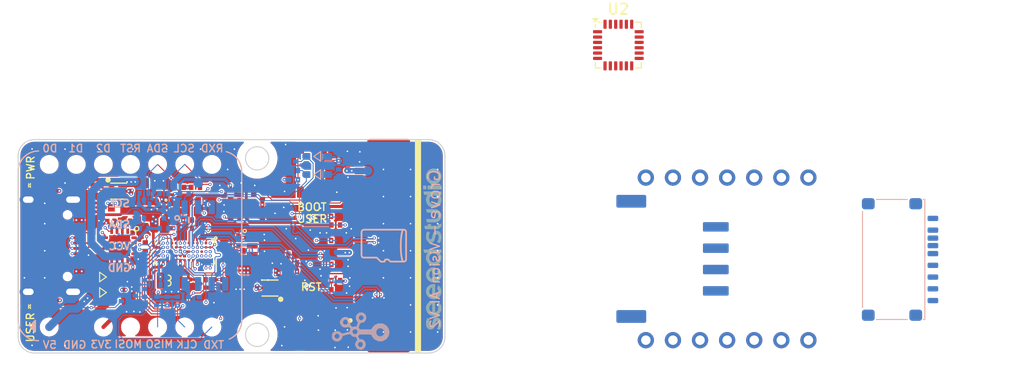
<source format=kicad_pcb>
(kicad_pcb (version 20240108) (generator "pcbnew") (generator_version "8.0")
  (layers (0 "F.Cu" signal) (1 "In1.Cu" signal) (2 "In2.Cu" jumper) (31 "B.Cu" power) (34 "B.Paste" user) (35 "F.Paste" user) (36 "B.SilkS" user "B.Silkscreen") (37 "F.SilkS" user "F.Silkscreen") (38 "B.Mask" user) (39 "F.Mask" user) (44 "Edge.Cuts" user))
  (net 0 "")
  (net 22 "Net-(U2-SCL)")
  (net 23 "Net-(U2-SDA)")
  (net 24 "GND")
  (net 27 "VBUS")
  (net 28 "RX_D0_N")
  (net 29 "RX_D0_P")
  (net 30 "RX_D1_N")
  (net 31 "RX_D1_P")
  (net 32 "RX_CK_N")
  (net 33 "RX_CK_P")
  (net 34 "VMAIN")
  (net 35 "Net-(J1-CC1)")
  (net 36 "UD+")
  (net 37 "UD-")
  (net 38 "Net-(J1-CC2)")
  (net 40 "QSPI_D2")
  (net 41 "QSPI_D0")
  (net 42 "QSPI_CS")
  (net 43 "QSPI_CLK")
  (net 44 "QSPI_D1")
  (net 45 "QSPI_D3")
  (net 46 "SEN_I2CM_SDA")
  (net 47 "SEN_I2CM_SCL")
  (net 48 "VCC_3V3")
  (net 49 "Net-(D2-K)")
  (net 50 "Net-(U4-FB)")
  (net 51 "RST")
  (net 52 "BOOTOPT0")
  (net 58 "V33IO")
  (net 59 "1V8")
  (net 60 "/0V9")
  (net 61 "Net-(U1-VX1)")
  (net 62 "Net-(U1-XTAL_24M_I)")
  (net 63 "Net-(U1-XTAL_24M_O)")
  (net 64 "Net-(U1-TEST_MODE)")
  (net 66 "SEN_D1{slash}SD~{INSERT}")
  (net 70 "M_3V3_SCL")
  (net 71 "M_3V3_SDA")
  (net 72 "Net-(U2-RTS)")
  (net 73 "Net-(BOOT1-Pad2)")
  (net 80 "Net-(D1-A)")
  (net 81 "Net-(LED1-K)")
  (net 82 "Net-(MIC1-CLK)")
  (net 83 "Net-(MIC1-DATA)")
  (net 84 "Net-(M1-3V3)")
  (net 85 "Net-(D3-A)")
  (net 86 "PB3{slash}SSPIM_DI{slash}3V3")
  (net 87 "PB2{slash}SSPIM_DO{slash}3V3")
  (net 88 "PA2{slash}I2CS0_SCL{slash}3V3")
  (net 89 "PA3{slash}I2CS0_SDA{slash}3V3")
  (net 90 "USR_BTN{slash}1V8")
  (net 91 "PB4{slash}SSPIM_SCLK{slash}3V3")
  (net 92 "PB5{slash}SSPIM_~{CS}{slash}3V3")
  (net 93 "PB9{slash}PDM_CLK{slash}3V3")
  (net 94 "PB10{slash}PDM_DATA0{slash}3V3")
  (net 95 "USER_LED{slash}1V8")
  (net 96 "PA1{slash}VMUTE{slash}3V3")
  (net 97 "GROVE_5V_IN")
  (net 98 "I2CS0_SCL{slash}5V")
  (net 99 "PA0{slash}3V3")
  (net 100 "PB11{slash}3V3")
  (net 101 "PB8{slash}3V3")
  (net 102 "PB6{slash}UART1_RX{slash}3V3")
  (net 103 "PB7{slash}UART1_TX{slash}3V3")
  (net 104 "Net-(LED1-A)")
  (net 105 "PB0{slash}RX0{slash}3V3")
  (net 106 "PB1{slash}TX0{slash}3V3")
  (net 107 "Net-(LED2-A)")
  (net 108 "I2CS0_SDA{slash}5V")
  (net 114 "Net-(U6-FB)")
  (net 115 "Net-(U4-LX)")
  (net 116 "Net-(U6-LX)")
  (net 117 "Net-(U4-PG)")
  (net 118 "Net-(U4-EN)")
  (net 119 "Net-(U6-EN)")
  (net 120 "Net-(U6-PG)")
  (net 121 "Net-(Q3-G)")
  (footprint "MLCCs:R0402" (layer "F.Cu") (at 100.2592 154.1882 180)
    (property "Reference" "D8")
    (property "Value" "DNP")
  )
  (footprint "MLCCs:C0402" (layer "F.Cu") (at 83.7048 147.5842)
    (property "Reference" "C6")
    (property "Value" "4.7uF")
  )
  (footprint "MLCCs:C0402" (layer "F.Cu") (at 84.9748 148.016 90)
    (property "Reference" "C21")
    (property "Value" "100nF")
  )
  (footprint "MLCCs:C0402" (layer "F.Cu") (at 82.5046 147.8636 -90)
    (property "Reference" "C23")
    (property "Value" "100nF")
  )
  (footprint "MLCCs:R0402" (layer "F.Cu") (at 100.2592 153.3246 180)
    (property "Reference" "R28")
    (property "Value" "DNP")
  )
  (footprint "MLCCs:LED0402" (layer "F.Cu") (at 71.5572 155.763)
    (property "Reference" "LED1")
    (property "Value" "Yellow")
  )
  (footprint "MLCCs:R0402" (layer "F.Cu") (at 77.464054 151.455549 90)
    (property "Reference" "R3")
    (property "Value" "5.1k")
  )
  (footprint "MLCCs:LED0402" (layer "F.Cu") (at 71.5572 144.4092)
    (property "Reference" "LED2")
    (property "Value" "Green")
  )
  (footprint "MLCCs:C0402" (layer "F.Cu") (at 84.3334 144.8664 90)
    (property "Reference" "C28")
    (property "Value" "4.7uF")
  )
  (footprint "MLCCs:R0402" (layer "F.Cu") (at 100.2338 149.5654 180)
    (property "Reference" "D6")
    (property "Value" "DNP")
  )
  (footprint "MLCCs:C0402" (layer "F.Cu") (at 96.2206 151.6482)
    (property "Reference" "C32")
    (property "Value" "100nF")
  )
  (footprint "MLCCs:SW_Push_1P1T_NO_Vertical_Wuerth_434133025816" (layer "F.Cu") (at 98.024 142.9868 -90)
    (property "Reference" "BOOT1")
    (property "Value" "SW_Push")
  )
  (footprint "MLCCs:C0402" (layer "F.Cu") (at 86.5178 153.6294 -90)
    (property "Reference" "C13")
    (property "Value" "100nF")
  )
  (footprint "MLCCs:R0402" (layer "F.Cu") (at 93.3758 145.2728 90)
    (property "Reference" "R20")
    (property "Value" "2.2k")
  )
  (footprint "Ic:DFN6-0.5-1.5X1.5X0.65MM" (layer "F.Cu") (at 79.9138 144.9426)
    (property "Reference" "U6")
    (property "Value" "SY80004DQD")
  )
  (footprint "MLCCs:R0402" (layer "F.Cu") (at 100.2592 151.8006 180)
    (property "Reference" "D7")
    (property "Value" "DNP")
  )
  (footprint "MLCCs:C0402" (layer "F.Cu") (at 80.3964 153.0198 90)
    (property "Reference" "C30")
    (property "Value" "100nF")
  )
  (footprint "MLCCs:R0402" (layer "F.Cu") (at 90.404 145.2728 90)
    (property "Reference" "R22")
    (property "Value" "2.2k")
  )
  (footprint "MLCCs:C0402" (layer "F.Cu") (at 84.9748 146.2634 90)
    (property "Reference" "C14")
    (property "Value" "12pF")
  )
  (footprint "MLCCs:X2SON-4" (layer "F.Cu") (at 83.7048 146.3904 -90)
    (property "Reference" "U3")
    (property "Value" "WR0331-18FF4R")
  )
  (footprint "MLCCs:D0805_SOD323" (layer "F.Cu") (at 78.4406 154.4422 180)
    (property "Reference" "D2")
    (property "Value" "B5819WS")
  )
  (footprint "Ic:DFN6-0.5-1.5X1.5X0.65MM" (layer "F.Cu") (at 94.0978 154.0278 180)
    (property "Reference" "U4")
    (property "Value" "SY80004DQD")
  )
  (footprint "MLCCs:R0402" (layer "F.Cu") (at 90.404 147.0762 90)
    (property "Reference" "R21")
    (property "Value" "2.2k")
  )
  (footprint "MLCCs:C0402" (layer "F.Cu") (at 92.4614 152.9182 90)
    (property "Reference" "C11")
    (property "Value" "10uF")
  )
  (footprint "Logo:LOGO-SEEED-NEW-1_5X15MM" (layer "F.Cu") (at 110.143305 157.94312 90)
    (property "Reference" "REF**" (hide yes))
    (property "Value" "Val**" (hide yes))
  )
  (footprint "MLCCs:D0805_SOD323" (layer "F.Cu") (at 78.4406 152.99186 180)
    (property "Reference" "D4")
    (property "Value" "B5819WS")
  )
  (footprint "MLCCs:R0402" (layer "F.Cu") (at 77.8818 145.3236)
    (property "Reference" "R34")
    (property "Value" "22K")
  )
  (footprint "MLCCs:L0603" (layer "F.Cu") (at 79.863 146.4412)
    (property "Reference" "L3")
    (property "Value" "470nH")
  )
  (footprint "MLCCs:R0402" (layer "F.Cu") (at 85.6034 144.587 180)
    (property "Reference" "R18")
    (property "Value" "DNP")
  )
  (footprint "MLCCs:QFN-16-EP_3x3mm_P0.5mm_EP1x1mm" (layer "F.Cu") (at 80.004054 150.058549 -90)
    (property "Reference" "U2")
    (property "Value" "CH343P")
  )
  (footprint "MLCCs:R0402" (layer "F.Cu") (at 73.3606 144.9172 180)
    (property "Reference" "R24")
    (property "Value" "10k")
  )
  (footprint "MLCCs:R0402" (layer "F.Cu") (at 90.7342 150.0734 180)
    (property "Reference" "R29")
    (property "Value" "0R")
  )
  (footprint "MLCCs:R0402" (layer "F.Cu") (at 96.2206 154.0866)
    (property "Reference" "R8")
    (property "Value" "10K")
  )
  (footprint "MLCCs:R0402" (layer "F.Cu") (at 100.2338 147.3048 180)
    (property "Reference" "D5")
    (property "Value" "DNP")
  )
  (footprint "MLCCs:R0402" (layer "F.Cu") (at 96.2206 152.461)
    (property "Reference" "R16")
    (property "Value" "100K")
  )
  (footprint "MLCCs:4P2016" (layer "F.Cu") (at 86.6258 146.3396 180)
    (property "Reference" "X1")
    (property "Value" "24MHz")
  )
  (footprint "MLCCs:C0402" (layer "F.Cu") (at 79.9138 147.762)
    (property "Reference" "C1")
    (property "Value" "1uF")
  )
  (footprint "MLCCs:C0402" (layer "F.Cu") (at 90.7342 149.1844)
    (property "Reference" "C25")
    (property "Value" "100nF")
  )
  (footprint "MLCCs:R0402" (layer "F.Cu") (at 86.3718 147.6604)
    (property "Reference" "R35")
    (property "Value" "510k")
  )
  (footprint "MLCCs:C0402" (layer "F.Cu") (at 100.2592 150.7084 180)
    (property "Reference" "C17")
    (property "Value" "1uF")
  )
  (footprint "MLCCs:C0402" (layer "F.Cu") (at 90.0484 153.223)
    (property "Reference" "C26")
    (property "Value" "100nF")
  )
  (footprint "MLCCs:R0402" (layer "F.Cu") (at 88.4736 153.24165)
    (property "Reference" "R7")
    (property "Value" "10k")
  )
  (footprint "MLCCs:C0402" (layer "F.Cu") (at 82.5046 144.8664 90)
    (property "Reference" "C35")
    (property "Value" "100nF")
  )
  (footprint "MLCCs:R0402" (layer "F.Cu") (at 100.2592 148.1176)
    (property "Reference" "R25")
    (property "Value" "DNP")
  )
  (footprint "MLCCs:C0402" (layer "F.Cu") (at 91.5978 152.9182 90)
    (property "Reference" "C24")
    (property "Value" "100nF")
  )
  (footprint "MLCCs:R0402" (layer "F.Cu") (at 77.8818 144.4346 180)
    (property "Reference" "R31")
    (property "Value" "10K")
  )
  (footprint "MLCCs:C0402" (layer "F.Cu") (at 78.3136 146.4666 -90)
    (property "Reference" "C36")
    (property "Value" "100nF")
  )
  (footprint "MLCCs:C0402" (layer "F.Cu") (at 87.2798 153.6294 -90)
    (property "Reference" "C20")
    (property "Value" "100nF")
  )
  (footprint "MLCCs:R0402" (layer "F.Cu") (at 73.513 155.1788)
    (property "Reference" "R38")
    (property "Value" "10K")
  )
  (footprint "MLCCs:C0402" (layer "F.Cu") (at 90.4548 154.4676 90)
    (property "Reference" "C9")
    (property "Value" "4.7uF")
  )
  (footprint "MLCCs:R0402" (layer "F.Cu") (at 77.4754 146.4666 -90)
    (property "Reference" "R33")
    (property "Value" "100K")
  )
  (footprint "MLCCs:C0402" (layer "F.Cu") (at 91.3184 154.4676 90)
    (property "Reference" "C10")
    (property "Value" "4.7uF")
  )
  (footprint "MLCCs:R0402" (layer "F.Cu") (at 96.2206 150.8608 180)
    (property "Reference" "R26")
    (property "Value" "22K")
  )
  (footprint "MLCCs:C0402" (layer "F.Cu") (at 81.2346 153.0198 -90)
    (property "Reference" "C18")
    (property "Value" "1uF")
  )
  (footprint "MLCCs:C0402" (layer "F.Cu") (at 81.387 147.762)
    (property "Reference" "C31")
    (property "Value" "100nF")
  )
  (footprint "MLCCs:C0402" (layer "F.Cu") (at 78.4406 147.7874 180)
    (property "Reference" "C2")
    (property "Value" "1uF")
  )
  (footprint "MLCCs:L0603" (layer "F.Cu") (at 94.1486 152.5038 180)
    (property "Reference" "L2")
    (property "Value" "470nH")
  )
  (footprint "MLCCs:R0402" (layer "F.Cu") (at 87.1274 144.587)
    (property "Reference" "R17")
    (property "Value" "DNP")
  )
  (footprint "MLCCs:R0402" (layer "F.Cu") (at 96.2206 153.2992)
    (property "Reference" "R6")
    (property "Value" "100K")
  )
  (footprint "MLCCs:C0402" (layer "F.Cu") (at 82.403 150.1496 -90)
    (property "Reference" "C16")
    (property "Value" "220nF")
  )
  (footprint "MLCCs:R0402" (layer "F.Cu") (at 77.464054 148.9812 90)
    (property "Reference" "R2")
    (property "Value" "5.1k")
  )
  (footprint "MLCCs:R0402" (layer "F.Cu") (at 90.7342 150.9624 180)
    (property "Reference" "R30")
    (property "Value" "0R")
  )
  (footprint "MLCCs:C0402" (layer "F.Cu") (at 83.7048 148.4478 180)
    (property "Reference" "C8")
    (property "Value" "100nF")
  )
  (footprint "MLCCs:L0806" (layer "F.Cu") (at 84.689 153.3246 180)
    (property "Reference" "L1")
    (property "Value" "VLS201610HBX-4R7M-1")
  )
  (footprint "MLCCs:SW_Push_1P1T_NO_Vertical_Wuerth_434133025816" (layer "F.Cu") (at 97.9478 157.287 90)
    (property "Reference" "RST1")
    (property "Value" "SW_Push")
  )
  (footprint "MLCCs:C0402" (layer "F.Cu") (at 86.3718 148.4224)
    (property "Reference" "C15")
    (property "Value" "12pF")
  )
  (footprint "MLCCs:C0402" (layer "F.Cu") (at 81.6156 146.3904 -90)
    (property "Reference" "C37")
    (property "Value" "10uF")
  )
  (footprint "Sensor_Motion:InvenSense_QFN-24_4x4mm_P0.5mm" (layer "F.Cu") (at 126.75 131.25)
    (property "Reference" "U2")
    (property "Value" "MPU-6050")
  )
  (footprint "MLCCs:SOT523" (layer "F.Cu") (at 91.928 147.0762)
    (property "Reference" "Q1")
    (property "Value" "CJ1012")
  )
  (footprint "MLCCs:C0402" (layer "F.Cu") (at 82.8348 153.40755 -90)
    (property "Reference" "C22")
    (property "Value" "100nF")
  )
  (footprint "MLCCs:WLCSP65_5.6x2.3x0.56mm" (layer "F.Cu") (at 86.0924 150.61355 -90)
    (property "Reference" "U1")
    (property "Value" "HX6538")
  )
  (footprint "MLCCs:C0402" (layer "F.Cu") (at 88.0672 154.3914 -90)
    (property "Reference" "C3")
    (property "Value" "10nF")
  )
  (footprint "MLCCs:C0402" (layer "F.Cu") (at 81.6156 144.8664 -90)
    (property "Reference" "C34")
    (property "Value" "4.7uF")
  )
  (footprint "MLCCs:FPC_DNC_15P_1.0mm" (layer "F.Cu") (at 105.21695 150.048 90)
    (property "Reference" "J2")
    (property "Value" "Conn_01x15_MountingPin")
  )
  (footprint "MLCCs:C0402" (layer "F.Cu") (at 82.5046 146.3904 -90)
    (property "Reference" "C39")
    (property "Value" "100nF")
  )
  (footprint "MLCCs:C0402" (layer "F.Cu") (at 83.3936 144.8664 -90)
    (property "Reference" "C29")
    (property "Value" "100nF")
  )
  (footprint "MLCCs:USB2.0-TYPE-C" (layer "F.Cu") (at 72.511054 150.058549 -90)
    (property "Reference" "J1")
    (property "Value" "USB_C_Receptacle_USB2.0")
  )
  (footprint "MLCCs:C0402" (layer "F.Cu") (at 92.182 154.4676 -90)
    (property "Reference" "C27")
    (property "Value" "100nF")
  )
  (footprint "MLCCs:SOT523" (layer "F.Cu") (at 91.928 145.2728)
    (property "Reference" "Q2")
    (property "Value" "CJ1012")
  )
  (footprint "MLCCs:MIC6P-3.5X2.65X0.94MM" (layer "F.Cu") (at 93.579 150.0734 90)
    (property "Reference" "MIC1")
    (property "Value" "MSM261D3526H1CPM")
  )
  (footprint "MLCCs:R0402" (layer "F.Cu") (at 76.4086 144.4346 180)
    (property "Reference" "R32")
    (property "Value" "100K")
  )
  (footprint "MLCCs:R0402" (layer "F.Cu") (at 80.3964 154.5946 -90)
    (property "Reference" "R39")
    (property "Value" "0R")
  )
  (footprint "MLCCs:R0402" (layer "F.Cu") (at 93.3758 147.0762 -90)
    (property "Reference" "R19")
    (property "Value" "2.2k")
  )
  (footprint "MLCCs:R0402" (layer "B.Cu") (at 96.3095 143.00712 180)
    (property "Reference" "R23")
    (property "Value" "10k")
  )
  (footprint "MLCCs:R0402" (layer "B.Cu") (at 84.1556 148.4378)
    (property "Reference" "R14")
    (property "Value" "2.2k")
  )
  (footprint "MLCCs:R0402" (layer "B.Cu") (at 83.4698 155.255 -90)
    (property "Reference" "R9")
    (property "Value" "DNP")
  )
  (footprint "MLCCs:C0402" (layer "B.Cu") (at 101.3514 142.4788 90)
    (property "Reference" "C5")
    (property "Value" "100nF")
  )
  (footprint "MLCCs:SOT523" (layer "B.Cu") (at 84.1556 146.8222 -90)
    (property "Reference" "Q4")
    (property "Value" "CJ1012")
  )
  (footprint "MLCCs:R0402" (layer "B.Cu") (at 84.1556 145.1558 180)
    (property "Reference" "R1")
    (property "Value" "2.2k")
  )
  (footprint "MLCCs:4P-SMD-2.0mm-RIGHT" (layer "B.Cu") (at 134.36035 151.292949 -90)
    (property "Reference" "J3")
    (property "Value" "Conn_01x04_MountingPin")
  )
  (footprint "MLCCs:SOT523" (layer "B.Cu") (at 82.2878 146.8222 -90)
    (property "Reference" "Q5")
    (property "Value" "CJ1012")
  )
  (footprint "Logo:GROVE-SILK-SMALL" (layer "B.Cu") (at 105.41105 155.93245 -90)
    (property "Reference" "REF**" (hide yes))
    (property "Value" "")
  )
  (footprint "MLCCs:C0402" (layer "B.Cu") (at 84.2318 153.731)
    (property "Reference" "C4")
    (property "Value" "4.7uF")
  )
  (footprint "MLCCs:C0402" (layer "B.Cu") (at 86.4416 155.2804 90)
    (property "Reference" "C19")
    (property "Value" "1uF")
  )
  (footprint "MLCCs:R0402" (layer "B.Cu") (at 82.3268 153.7056 -90)
    (property "Reference" "R40")
    (property "Value" "2.2k")
  )
  (footprint "Connector:SD-TF-MR267" (layer "B.Cu") (at 156.2354 151.3498 -90)
    (property "Reference" "J5")
    (property "Value" "ST-TF-MR267")
  )
  (footprint "MLCCs:R0402" (layer "B.Cu") (at 84.4604 155.255 -90)
    (property "Reference" "R12")
    (property "Value" "DNP")
  )
  (footprint "MLCCs:R0402" (layer "B.Cu") (at 85.4256 155.255 -90)
    (property "Reference" "R27")
    (property "Value" "DNP")
  )
  (footprint "MLCCs:R0402" (layer "B.Cu") (at 100.5259 142.49912 -90)
    (property "Reference" "R36")
    (property "Value" "5.1k")
  )
  (footprint "MLCCs:R0402" (layer "B.Cu") (at 96.4873 141.76252 90)
    (property "Reference" "R11")
    (property "Value" "100k")
  )
  (footprint "MLCCs:SOT523" (layer "B.Cu") (at 80.8128 155.255 180)
    (property "Reference" "Q3")
    (property "Value" "CJ1012")
  )
  (footprint "MLCCs:R0402" (layer "B.Cu") (at 96.3095 143.87072)
    (property "Reference" "R4")
    (property "Value" "2.2k")
  )
  (footprint "Misc:TP-D35MIL" (layer "B.Cu") (at 87.356 144.1806 90)
    (property "Reference" "TP2")
    (property "Value" "Test Point" (hide yes))
  )
  (footprint "MLCCs:R0402" (layer "B.Cu") (at 82.2878 145.1558 180)
    (property "Reference" "R13")
    (property "Value" "2.2k")
  )
  (footprint "MLCCs:R0402" (layer "B.Cu") (at 82.2878 148.4378 180)
    (property "Reference" "R15")
    (property "Value" "2.2k")
  )
  (footprint "MLCCs:C0402" (layer "B.Cu") (at 84.2318 152.969)
    (property "Reference" "C7")
    (property "Value" "4.7uF")
  )
  (footprint "Misc:TP-D35MIL" (layer "B.Cu") (at 103.2564 143.0376 90)
    (property "Reference" "TP1")
    (property "Value" "Test Point" (hide yes))
  )
  (footprint "MLCCs:R0402" (layer "B.Cu") (at 82.3268 155.255 -90)
    (property "Reference" "R37")
    (property "Value" "100k")
  )
  (footprint "MLCCs:SOIC-8_5.23x5.23mm_P1.27mm" (layer "B.Cu") (at 87.991 150.048 -90)
    (property "Reference" "U5")
    (property "Value" "W25Q128JWSIQ")
  )
  (footprint "MLCCs:R0402" (layer "B.Cu") (at 86.0606 145.1712)
    (property "Reference" "R5")
    (property "Value" "10k")
  )
  (footprint "MLCCs:D0805_SOD323" (layer "B.Cu") (at 98.5193 143.38812)
    (property "Reference" "D1")
    (property "Value" "B5819WS")
  )
  (footprint "MLCCs:XIAO_Socket" (layer "B.Cu") (at 136.945454 151.292949 180)
    (property "Reference" "M1")
    (property "Value" "XIAO Connector/DNP" (hide yes))
  )
  (footprint "MLCCs:D0805_SOD323" (layer "B.Cu") (at 98.5193 141.68632)
    (property "Reference" "D3")
    (property "Value" "B5819WS")
  )
  (footprint "Misc:TP-D35MIL" (layer "B.Cu") (at 92.4106 146.7206 90)
    (property "Reference" "TP3")
    (property "Value" "Test Point" (hide yes))
  )
  (footprint "MLCCs:R0402" (layer "B.Cu") (at 87.4576 155.2804 -90)
    (property "Reference" "R10")
    (property "Value" "100k")
  )
  (gr_arc (start 72.3954 158.9634) (mid 71.048362 158.405438) (end 70.4904 157.0584) (stroke (width 0.127)) (layer "B.SilkS"))
  (gr_line (start 91.4454 143.0884) (end 91.4454 157.0584) (stroke (width 0.127)) (layer "B.SilkS"))
  (gr_line (start 70.4904 157.0584) (end 70.4904 143.0884) (stroke (width 0.127)) (layer "B.SilkS"))
  (gr_arc (start 70.4904 143.0884) (mid 71.048362 141.741362) (end 72.3954 141.1834) (stroke (width 0.127)) (layer "B.SilkS"))
  (gr_poly (pts (xy 102.940857 148.473346) (xy 102.908852 148.475177) (xy 102.87638 148.478698) (xy 102.843839 148.484292) (xy 102.811623 148.492343) (xy 102.795762 148.497409) (xy 102.78013 148.503233) (xy 102.764779 148.509863) (xy 102.749756 148.517347) (xy 102.735112 148.525732) (xy 102.720897 148.535067) (xy 102.707159 148.545399) (xy 102.693949 148.556777) (xy 102.681315 148.569249) (xy 102.669308 148.582861) (xy 102.657977 148.597663) (xy 102.647371 148.613702) (xy 102.63754 148.631027) (xy 102.628534 148.649684) (xy 102.620402 148.669722) (xy 102.613193 148.691189) (xy 102.606958 148.714133) (xy 102.601745 148.738602) (xy 102.597604 148.764643) (xy 102.594586 148.792305) (xy 102.592738 148.821636) (xy 102.592111 148.852683) (xy 102.592111 150.87566) (xy 102.592771 150.910171) (xy 102.594715 150.942526) (xy 102.597886 150.972794) (xy 102.602229 151.001044) (xy 102.607687 151.027348) (xy 102.614205 151.051773) (xy 102.621725 151.07439) (xy 102.630194 151.095268) (xy 102.639553 151.114477) (xy 102.649748 151.132086) (xy 102.660722 151.148164) (xy 102.67242 151.162783) (xy 102.684784 151.17601) (xy 102.69776 151.187915) (xy 102.711292 151.198569) (xy 102.725322 151.20804) (xy 102.739796 151.216398) (xy 102.754657 151.223713) (xy 102.769849 151.230054) (xy 102.785316 151.235491) (xy 102.801003 151.240093) (xy 102.816852 151.24393) (xy 102.848817 151.249587) (xy 102.880762 151.253018) (xy 102.91224 151.25478) (xy 102.972 151.255522) (xy 104.067639 151.255522) (xy 104.395722 151.583606) (xy 104.401978 151.589553) (xy 104.408509 151.595168) (xy 104.4153 151.600442) (xy 104.422332 151.605369) (xy 104.42959 151.609943) (xy 104.437057 151.614155) (xy 104.444715 151.617999) (xy 104.452548 151.621468) (xy 104.46054 151.624555) (xy 104.468672 151.627253) (xy 104.47693 151.629555) (xy 104.485295 151.631454) (xy 104.49375 151.632943) (xy 104.50228 151.634016) (xy 104.510867 151.634664) (xy 104.519494 151.634882) (xy 104.796037 151.634882) (xy 104.803503 151.634693) (xy 104.810871 151.634131) (xy 104.818133 151.633205) (xy 104.825281 151.631925) (xy 104.832303 151.630301) (xy 104.839192 151.62834) (xy 104.845938 151.626053) (xy 104.852532 151.623448) (xy 104.858965 151.620535) (xy 104.865227 151.617323) (xy 104.87131 151.613821) (xy 104.877204 151.610038) (xy 104.8829 151.605984) (xy 104.888389 151.601667) (xy 104.893662 151.597098) (xy 104.898709 151.592284) (xy 104.903521 151.587236) (xy 104.908089 151.581962) (xy 104.912405 151.576472) (xy 104.916458 151.570775) (xy 104.920239 151.56488) (xy 104.92374 151.558796) (xy 104.926951 151.552532) (xy 104.929863 151.546099) (xy 104.932467 151.539504) (xy 104.934754 151.532757) (xy 104.936714 151.525867) (xy 104.938338 151.518844) (xy 104.939617 151.511696) (xy 104.940542 151.504434) (xy 104.941104 151.497065) (xy 104.941293 151.489599) (xy 104.941293 151.441233) (xy 104.941308 151.440649) (xy 104.941352 151.440073) (xy 104.941424 151.439504) (xy 104.941524 151.438945) (xy 104.941651 151.438396) (xy 104.941804 151.437857) (xy 104.941982 151.43733) (xy 104.942185 151.436815) (xy 104.942413 151.436312) (xy 104.942664 151.435822) (xy 104.942937 151.435347) (xy 104.943233 151.434886) (xy 104.943549 151.434441) (xy 104.943887 151.434013) (xy 104.944244 151.433601) (xy 104.94462 151.433207) (xy 104.945015 151.432831) (xy 104.945428 151.432474) (xy 104.945857 151.432137) (xy 104.946303 151.431821) (xy 104.946765 151.431526) (xy 104.947241 151.431253) (xy 104.947732 151.431002) (xy 104.948236 151.430775) (xy 104.948753 151.430572) (xy 104.949282 151.430393) (xy 104.949822 151.43024) (xy 104.950374 151.430114) (xy 104.950935 151.430014) (xy 104.951505 151.429942) (xy 104.952084 151.429898) (xy 104.95267 151.429883) (xy 105.137455 151.429883) (xy 105.138565 151.429911) (xy 105.13967 151.429995) (xy 105.140768 151.430133) (xy 105.141857 151.430325) (xy 105.142935 151.43057) (xy 105.144 151.430867) (xy 105.145049 151.431215) (xy 105.146081 151.431613) (xy 105.147092 151.43206) (xy 105.148082 151.432556) (xy 105.149048 151.433099) (xy 105.149987 151.433689) (xy 105.150897 151.434325) (xy 105.151777 151.435005) (xy 105.152624 151.43573) (xy 105.153436 151.436497) (xy 105.293665 151.576753) (xy 105.300104 151.58289) (xy 105.306793 151.588668) (xy 105.313719 151.59408) (xy 105.320869 151.599123) (xy 105.328233 151.603791) (xy 105.335797 151.60808) (xy 105.343549 151.611984) (xy 105.351477 151.615498) (xy 105.359569 151.618617) (xy 105.367812 151.621337) (xy 105.376194 151.623652) (xy 105.384703 151.625558) (xy 105.393328 151.627048) (xy 105.402054 151.628119) (xy 105.410871 151.628765) (xy 105.419766 151.628982) (xy 106.635738 151.628982) (xy 106.651039 151.628594) (xy 106.666142 151.627441) (xy 106.681028 151.625544) (xy 106.695678 151.62292) (xy 106.710073 151.619589) (xy 106.724195 151.615569) (xy 106.738025 151.610879) (xy 106.751543 151.605538) (xy 106.764732 151.599566) (xy 106.777571 151.59298) (xy 106.790042 151.5858) (xy 106.802127 151.578045) (xy 106.813806 151.569733) (xy 106.82506 151.560883) (xy 106.835871 151.551515) (xy 106.84622 151.541646) (xy 106.856088 151.531297) (xy 106.865456 151.520485) (xy 106.874306 151.509229) (xy 106.882617 151.497549) (xy 106.890372 151.485464) (xy 106.897552 151.472991) (xy 106.904137 151.460151) (xy 106.91011 151.446961) (xy 106.91545 151.433442) (xy 106.92014 151.41961) (xy 106.92416 151.405487) (xy 106.927491 151.391089) (xy 106.930115 151.376437) (xy 106.932012 151.361549) (xy 106.933164 151.346444) (xy 106.933553 151.33114) (xy 106.770993 151.33114) (xy 106.770816 151.338091) (xy 106.770293 151.344951) (xy 106.769431 151.351713) (xy 106.768239 151.358368) (xy 106.766726 151.364907) (xy 106.7649 151.371321) (xy 106.76277 151.377603) (xy 106.760344 151.383744) (xy 106.757631 151.389735) (xy 106.75464 151.395567) (xy 106.751379 151.401232) (xy 106.747856 151.406721) (xy 106.744081 151.412026) (xy 106.740062 151.417139) (xy 106.735807 151.42205) (xy 106.731325 151.426751) (xy 106.726625 151.431233) (xy 106.721714 151.435489) (xy 106.716603 151.439509) (xy 106.711299 151.443284) (xy 106.70581 151.446807) (xy 106.700146 151.450068) (xy 106.694315 151.45306) (xy 106.688326 151.455773) (xy 106.682187 151.458199) (xy 106.675907 151.460329) (xy 106.669493 151.462155) (xy 106.662956 151.463668) (xy 106.656303 151.46486) (xy 106.649544 151.465722) (xy 106.642686 151.466245) (xy 106.635738 151.466422) (xy 106.608747 151.466422) (xy 106.588028 151.416648) (xy 106.562137 151.338777) (xy 106.53352 151.228979) (xy 106.504621 151.083422) (xy 106.477888 150.898275) (xy 106.455764 150.669708) (xy 106.447196 150.537945) (xy 106.440697 150.393889) (xy 106.436573 150.237063) (xy 106.435131 150.066988) (xy 106.436577 149.896463) (xy 106.440713 149.738769) (xy 106.447236 149.593473) (xy 106.45584 149.460142) (xy 106.466221 149.33834) (xy 106.478077 149.227633) (xy 106.491101 149.127589) (xy 106.504991 149.037773) (xy 106.519443 148.957751) (xy 106.534151 148.887089) (xy 106.548813 148.825353) (xy 106.563124 148.77211) (xy 106.576779 148.726925) (xy 106.589476 148.689364) (xy 106.600909 148.658994) (xy 106.610774 148.63538) (xy 106.436424 148.63538) (xy 106.410475 148.715755) (xy 106.383038 148.819878) (xy 106.355638 148.949957) (xy 106.3298 149.1082) (xy 106.30705 149.296816) (xy 106.288911 149.518014) (xy 106.27691 149.774002) (xy 106.272571 150.066988) (xy 106.273632 150.216024) (xy 106.276698 150.355448) (xy 106.281595 150.485561) (xy 106.288148 150.606664) (xy 106.296183 150.719056) (xy 106.305526 150.823038) (xy 106.316002 150.91891) (xy 106.327435 151.006974) (xy 106.339653 151.08753) (xy 106.35248 151.160877) (xy 106.365742 151.227317) (xy 106.379264 151.28715) (xy 106.392872 151.340676) (xy 106.406391 151.388197) (xy 106.419647 151.430012) (xy 106.432465 151.466422) (xy 105.419766 151.466422) (xy 105.418975 151.466403) (xy 105.418192 151.466345) (xy 105.417417 151.466251) (xy 105.416652 151.466119) (xy 105.415897 151.465951) (xy 105.415154 151.465746) (xy 105.414423 151.465506) (xy 105.413707 151.465231) (xy 105.413005 151.464921) (xy 105.412319 151.464577) (xy 105.41165 151.464199) (xy 105.411 151.463788) (xy 105.410368 151.463343) (xy 105.409757 151.462867) (xy 105.409168 151.462358) (xy 105.4086 151.461818) (xy 105.268318 151.32151) (xy 105.261627 151.315141) (xy 105.25468 151.309146) (xy 105.247488 151.30353) (xy 105.240065 151.298298) (xy 105.232422 151.293454) (xy 105.224573 151.289005) (xy 105.216529 151.284955) (xy 105.208304 151.281309) (xy 105.19991 151.278073) (xy 105.191358 151.275252) (xy 105.182662 151.272851) (xy 105.173835 151.270874) (xy 105.164888 151.269328) (xy 105.155834 151.268218) (xy 105.146686 151.267547) (xy 105.137455 151.267323) (xy 104.95267 151.267323) (xy 104.943735 151.26755) (xy 104.934916 151.268223) (xy 104.926223 151.269331) (xy 104.917667 151.270863) (xy 104.90926 151.272808) (xy 104.901013 151.275156) (xy 104.892936 151.277894) (xy 104.885041 151.281013) (xy 104.877339 151.2845) (xy 104.86984 151.288346) (xy 104.862557 151.292538) (xy 104.855499 151.297067) (xy 104.848677 151.301921) (xy 104.842104 151.307088) (xy 104.83579 151.312559) (xy 104.829745 151.318321) (xy 104.823981 151.324365) (xy 104.818509 151.330678) (xy 104.813341 151.33725) (xy 104.808486 151.34407) (xy 104.803956 151.351127) (xy 104.799762 151.35841) (xy 104.795916 151.365907) (xy 104.792427 151.373608) (xy 104.789308 151.381502) (xy 104.786568 151.389578) (xy 104.78422 151.397825) (xy 104.782274 151.406231) (xy 104.780742 151.414786) (xy 104.779633 151.423479) (xy 104.77896 151.432298) (xy 104.778733 151.441233) (xy 104.778733 151.472322) (xy 104.519494 151.472322) (xy 104.51888 151.472307) (xy 104.518268 151.472261) (xy 104.51766 151.472185) (xy 104.517057 151.472079) (xy 104.51646 151.471944) (xy 104.515871 151.471781) (xy 104.51529 151.471589) (xy 104.514719 151.471369) (xy 104.514159 151.471123) (xy 104.513612 151.470849) (xy 104.513078 151.470549) (xy 104.512559 151.470224) (xy 104.512056 151.469872) (xy 104.511571 151.469496) (xy 104.511104 151.469096) (xy 104.510657 151.468671) (xy 104.134949 151.092963) (xy 102.972 151.092963) (xy 102.918526 151.092538) (xy 102.89486 151.09153) (xy 102.87319 151.089567) (xy 102.853477 151.086331) (xy 102.844342 151.084136) (xy 102.835681 151.081503) (xy 102.827491 151.078393) (xy 102.819765 151.074766) (xy 102.8125 151.070581) (xy 102.805689 151.0658) (xy 102.799329 151.060382) (xy 102.793415 151.054287) (xy 102.787941 151.047477) (xy 102.782903 151.03991) (xy 102.778295 151.031548) (xy 102.774114 151.02235) (xy 102.770355 151.012277) (xy 102.767011 151.001288) (xy 102.764079 150.989345) (xy 102.761554 150.976407) (xy 102.759431 150.962434) (xy 102.757704 150.947387) (xy 102.75637 150.931226) (xy 102.755423 150.913911) (xy 102.754671 150.87566) (xy 102.754671 148.852683) (xy 102.755428 148.819407) (xy 102.756381 148.80409) (xy 102.757724 148.789623) (xy 102.75946 148.775983) (xy 102.761595 148.763147) (xy 102.764133 148.75109) (xy 102.767078 148.739791) (xy 102.770436 148.729225) (xy 102.77421 148.71937) (xy 102.778406 148.710203) (xy 102.783028 148.701699) (xy 102.788081 148.693837) (xy 102.793568 148.686592) (xy 102.799496 148.679943) (xy 102.805868 148.673864) (xy 102.812688 148.668334) (xy 102.819963 148.663328) (xy 102.827695 148.658825) (xy 102.835891 148.6548) (xy 102.844553 148.65123) (xy 102.853688 148.648092) (xy 102.863299 148.645364) (xy 102.873391 148.643021) (xy 102.895037 148.6394) (xy 102.918663 148.637043) (xy 102.944305 148.635765) (xy 102.972 148.63538) (xy 106.436424 148.63538) (xy 106.610774 148.63538) (xy 106.635738 148.63538) (xy 106.642686 148.635557) (xy 106.649544 148.63608) (xy 106.656303 148.636942) (xy 106.662956 148.638134) (xy 106.669493 148.639647) (xy 106.675907 148.641473) (xy 106.682187 148.643603) (xy 106.688326 148.646029) (xy 106.694315 148.648742) (xy 106.700146 148.651734) (xy 106.70581 148.654995) (xy 106.711299 148.658518) (xy 106.716603 148.662294) (xy 106.721714 148.666313) (xy 106.726625 148.670569) (xy 106.731325 148.675051) (xy 106.735807 148.679752) (xy 106.740062 148.684663) (xy 106.744081 148.689776) (xy 106.747856 148.695081) (xy 106.751379 148.70057) (xy 106.75464 148.706235) (xy 106.757631 148.712067) (xy 106.760344 148.718058) (xy 106.76277 148.724199) (xy 106.7649 148.730481) (xy 106.766726 148.736896) (xy 106.768239 148.743435) (xy 106.769431 148.750089) (xy 106.770293 148.756851) (xy 106.770816 148.763711) (xy 106.770993 148.770662) (xy 106.770993 151.33114) (xy 106.933553 151.33114) (xy 106.933553 148.770662) (xy 106.933164 148.755358) (xy 106.932012 148.740253) (xy 106.930115 148.725365) (xy 106.927491 148.710713) (xy 106.92416 148.696315) (xy 106.92014 148.682192) (xy 106.91545 148.668361) (xy 106.91011 148.654841) (xy 106.904137 148.641651) (xy 106.897552 148.628811) (xy 106.890372 148.616338) (xy 106.882617 148.604253) (xy 106.874306 148.592573) (xy 106.865456 148.581318) (xy 106.856088 148.570506) (xy 106.84622 148.560156) (xy 106.835871 148.550287) (xy 106.82506 148.540919) (xy 106.813806 148.532069) (xy 106.802127 148.523757) (xy 106.790042 148.516002) (xy 106.777571 148.508822) (xy 106.764732 148.502236) (xy 106.751543 148.496264) (xy 106.738025 148.490923) (xy 106.724195 148.486233) (xy 106.710073 148.482214) (xy 106.695678 148.478882) (xy 106.681028 148.476258) (xy 106.666142 148.474361) (xy 106.651039 148.473209) (xy 106.635738 148.47282) (xy 102.972 148.47282)) (fill solid) (layer "B.SilkS"))
  (gr_arc (start 89.9976 141.2469) (mid 91.034998 141.919499) (end 91.437807 143.0884) (stroke (width 0.127)) (layer "B.SilkS"))
  (gr_arc (start 91.445205 157.0584) (mid 91.125727 158.114345) (end 90.27446 158.81608) (stroke (width 0.127)) (layer "B.SilkS"))
  (gr_curve (pts (xy 91.800347 141.868547) (xy 91.800347 142.472113) (xy 92.289634 142.9614) (xy 92.8932 142.9614)) (stroke (width 0.1)) (layer "Edge.Cuts"))
  (gr_line (start 108.987867 140.1166) (end 71.996518 140.1166) (stroke (width 0.1)) (layer "Edge.Cuts"))
  (gr_curve (pts (xy 93.986053 141.868547) (xy 93.986053 141.264981) (xy 93.496766 140.775694) (xy 92.8932 140.775694)) (stroke (width 0.1)) (layer "Edge.Cuts"))
  (gr_curve (pts (xy 92.8932 157.320803) (xy 92.289634 157.320803) (xy 91.800347 157.81009) (xy 91.800347 158.413655)) (stroke (width 0.1)) (layer "Edge.Cuts"))
  (gr_line (start 110.492053 158.610954) (end 110.492053 141.619326) (stroke (width 0.1)) (layer "Edge.Cuts"))
  (gr_curve (pts (xy 92.8932 142.9614) (xy 93.496766 142.9614) (xy 93.986053 142.472113) (xy 93.986053 141.868547)) (stroke (width 0.1)) (layer "Edge.Cuts"))
  (gr_curve (pts (xy 110.492053 141.619326) (xy 110.492053 140.788587) (xy 109.818606 140.11514) (xy 108.987867 140.11514)) (stroke (width 0.1)) (layer "Edge.Cuts"))
  (gr_line (start 70.492332 141.619326) (end 70.492332 158.610954) (stroke (width 0.1)) (layer "Edge.Cuts"))
  (gr_curve (pts (xy 108.987867 160.11514) (xy 109.818606 160.11514) (xy 110.492053 159.441693) (xy 110.492053 158.610954)) (stroke (width 0.1)) (layer "Edge.Cuts"))
  (gr_line (start 71.996518 160.11514) (end 108.987867 160.11514) (stroke (width 0.1)) (layer "Edge.Cuts"))
  (gr_curve (pts (xy 70.492332 158.610954) (xy 70.492332 159.441693) (xy 71.165779 160.11514) (xy 71.996518 160.11514)) (stroke (width 0.1)) (layer "Edge.Cuts"))
  (gr_curve (pts (xy 71.996518 140.1166) (xy 71.165779 140.1166) (xy 70.492332 140.788587) (xy 70.492332 141.619326)) (stroke (width 0.1)) (layer "Edge.Cuts"))
  (gr_curve (pts (xy 91.800347 158.413655) (xy 91.800347 159.017221) (xy 92.289634 159.506508) (xy 92.8932 159.506508)) (stroke (width 0.1)) (layer "Edge.Cuts"))
  (gr_curve (pts (xy 92.8932 159.506508) (xy 93.496766 159.506508) (xy 93.986053 159.017221) (xy 93.986053 158.413655)) (stroke (width 0.1)) (layer "Edge.Cuts"))
  (gr_curve (pts (xy 93.986053 158.413655) (xy 93.986053 157.81009) (xy 93.496766 157.320803) (xy 92.8932 157.320803)) (stroke (width 0.1)) (layer "Edge.Cuts"))
  (gr_curve (pts (xy 92.8932 140.775694) (xy 92.289634 140.775694) (xy 91.800347 141.264981) (xy 91.800347 141.868547)) (stroke (width 0.1)) (layer "Edge.Cuts"))
  (gr_text "3V3" (at 79.3296 159.319 0) (layer "B.SilkS") (effects (font (size 0.7112 0.7112) (thickness 0.127) (bold yes)) (justify left mirror)))
  (gr_text "Grove" (at 109.48575 145.2728 90) (layer "B.SilkS") (effects (font (size 1.143 1.143) (thickness 0.127)) (justify mirror)))
  (gr_text "SCL" (at 79.9773 146.09576 0) (layer "B.SilkS") (effects (font (size 0.6985 0.6985) (thickness 0.1524) (bold yes)) (justify mirror)))
  (gr_text "VCC" (at 79.9773 150.10896 0) (layer "B.SilkS") (effects (font (size 0.6985 0.6985) (thickness 0.1524) (bold yes)) (justify mirror)))
  (gr_text "MISO" (at 85.0954 159.2936 0) (layer "B.SilkS") (effects (font (size 0.7112 0.7112) (thickness 0.127) (bold yes)) (justify left mirror)))
  (gr_text "5V" (at 74.17848 159.34948 0) (layer "B.SilkS") (effects (font (size 0.7112 0.7112) (thickness 0.127) (bold yes)) (justify left mirror)))
  (gr_text "GND" (at 79.9773 152.14096 0) (layer "B.SilkS") (effects (font (size 0.6985 0.6985) (thickness 0.1524) (bold yes)) (justify mirror)))
  (gr_text "CLK" (at 87.3814 159.319 0) (layer "B.SilkS") (effects (font (size 0.7112 0.7112) (thickness 0.127) (bold yes)) (justify left mirror)))
  (gr_text "MOSI" (at 82.1744 159.2936 0) (layer "B.SilkS") (effects (font (size 0.7112 0.7112) (thickness 0.127) (bold yes)) (justify left mirror)))
  (gr_text "SCL" (at 84.98872 140.9421 0) (layer "B.SilkS") (effects (font (size 0.7112 0.7112) (thickness 0.127) (bold yes)) (justify right mirror)))
  (gr_text "RXD" (at 87.53634 140.9421 0) (layer "B.SilkS") (effects (font (size 0.7112 0.7112) (thickness 0.127) (bold yes)) (justify right mirror)))
  (gr_text "GND" (at 76.95978 159.34948 0) (layer "B.SilkS") (effects (font (size 0.7112 0.7112) (thickness 0.127) (bold yes)) (justify left mirror)))
  (gr_text "D0" (at 72.69004 140.9421 0) (layer "B.SilkS") (effects (font (size 0.7112 0.7112) (thickness 0.127) (bold yes)) (justify right mirror)))
  (gr_text "D1" (at 75.12082 140.9421 0) (layer "B.SilkS") (effects (font (size 0.7112 0.7112) (thickness 0.127) (bold yes)) (justify right mirror)))
  (gr_text "-" (at 110.0128 147.9652 90) (layer "B.SilkS") (effects (font (size 0.889 0.889) (thickness 0.127)) (justify left bottom mirror)))
  (gr_text "TXD" (at 89.86298 159.34948 0) (layer "B.SilkS") (effects (font (size 0.7112 0.7112) (thickness 0.127) (bold yes)) (justify left mirror)))
  (gr_text "RST\n" (at 79.97984 140.9421 0) (layer "B.SilkS") (effects (font (size 0.7112 0.7112) (thickness 0.127) (bold yes)) (justify right mirror)))
  (gr_text "SDA" (at 79.9773 148.07696 0) (layer "B.SilkS") (effects (font (size 0.6985 0.6985) (thickness 0.1524) (bold yes)) (justify mirror)))
  (gr_text "D2" (at 77.69638 140.9421 0) (layer "B.SilkS") (effects (font (size 0.7112 0.7112) (thickness 0.127) (bold yes)) (justify right mirror)))
  (gr_text "SDA" (at 82.46396 140.9421 0) (layer "B.SilkS") (effects (font (size 0.7112 0.7112) (thickness 0.127) (bold yes)) (justify right mirror)))
  (gr_text "Vision AI V2" (at 110.09154 149.6416 90) (layer "B.SilkS") (effects (font (size 0.889 0.889) (thickness 0.127)) (justify left bottom mirror)))
  (gr_text "RST" (at 97.96558 153.93166 0) (layer "F.SilkS") (effects (font (size 0.7112 0.7112) (thickness 0.127) (bold yes))))
  (gr_text "BOOT" (at 98.02654 146.43358 0) (layer "F.SilkS") (effects (font (size 0.7112 0.7112) (thickness 0.127) (bold yes))))
  (gr_text "USER" (at 98.04686 147.5461 0) (layer "F.SilkS") (effects (font (size 0.7112 0.7112) (thickness 0.127) (bold yes))))
  (gr_text "PWR" (at 71.6588 142.75058 90) (layer "F.SilkS") (effects (font (size 0.7112 0.7112) (thickness 0.127) (bold yes))))
  (gr_text "USER" (at 71.6334 157.7188 90) (layer "F.SilkS") (effects (font (size 0.7112 0.7112) (thickness 0.127) (bold yes))))
  (segment (start 80.2948 147.8382) (end 80.2948 147.7874) (width 0.2032) (layer "F.Cu") (net 24))
  (segment (start 80.254054 148.708549) (end 80.254054 147.828146) (width 0.2032) (layer "F.Cu") (net 24))
  (segment (start 85.6923 150.61696) (end 85.6924 150.61686) (width 0.1016) (layer "F.Cu") (net 24))
  (segment (start 80.254054 148.708549) (end 80.254054 149.808549) (width 0.2032) (layer "F.Cu") (net 24))
  (segment (start 80.244 147.8382) (end 80.2948 147.8382) (width 0.2032) (layer "F.Cu") (net 24))
  (segment (start 80.254054 147.828146) (end 80.244 147.8382) (width 0.2032) (layer "F.Cu") (net 24))
  (segment (start 87.6924 151.80405) (end 87.6924 151.41355) (width 0.0889) (layer "F.Cu") (net 24))
  (segment (start 86.076198 151.01355) (end 86.0924 151.01355) (width 0.1016) (layer "F.Cu") (net 24))
  (segment (start 85.6924 150.61686) (end 85.6924 150.61355) (width 0.1016) (layer "F.Cu") (net 24))
  (segment (start 85.6923 150.629652) (end 86.076198 151.01355) (width 0.1016) (layer "F.Cu") (net 24))
  (segment (start 85.6923 150.61696) (end 85.6923 150.629652) (width 0.1016) (layer "F.Cu") (net 24))
  (segment (start 80.2948 147.7874) (end 80.3202 147.762) (width 0.2032) (layer "F.Cu") (net 24))
  (via (at 94.5696 147.0254) (size 0.3) (drill 0.15) (layers "F.Cu" "B.Cu") (net 24))
  (via (at 94.3156 151.699) (size 0.3) (drill 0.15) (layers "F.Cu" "B.Cu") (net 24))
  (via (at 93.579 149.54) (size 0.3) (drill 0.15) (layers "F.Cu" "B.Cu") (net 24))
  (via (at 102.4944 142.1994) (size 0.3) (drill 0.15) (layers "F.Cu" "B.Cu") (net 24))
  (via (at 98.786 152.2578) (size 0.3) (drill 0.15) (layers "F.Cu" "B.Cu") (net 24))
  (via (at 100.2846 155.89) (size 0.3) (drill 0.15) (layers "F.Cu" "B.Cu") (net 24))
  (via (at 85.5018 154.366) (size 0.3) (drill 0.15) (layers "F.Cu" "B.Cu") (net 24))
  (via (at 71.7096 157.5156) (size 0.3) (drill 0.15) (layers "F.Cu" "B.Cu") (net 24))
  (via (at 84.8668 154.366) (size 0.3) (drill 0.15) (layers "F.Cu" "B.Cu") (net 24))
  (via (at 104.7296 153.0706) (size 0.3) (drill 0.15) (layers "F.Cu" "B.Cu") (net 24))
  (via (at 84.308 154.366) (size 0.3) (drill 0.15) (layers "F.Cu" "B.Cu") (net 24))
  (via (at 71.7096 142.9106) (size 0.3) (drill 0.15) (layers "F.Cu" "B.Cu") (net 24))
  (via (at 89.7944 146.238) (size 0.3) (drill 0.15) (layers "F.Cu" "B.Cu") (net 24))
  (via (at 74.8846 141.0056) (size 0.3) (drill 0.15) (layers "F.Cu" "B.Cu") (net 24))
  (via (at 107.2696 158.1506) (size 0.3) (drill 0.15) (layers "F.Cu" "B.Cu") (net 24))
  (via (at 103.7136 154.9502) (size 0.3) (drill 0.15) (layers "F.Cu" "B.Cu") (net 24))
  (via (at 72.9796 150.5306) (size 0.3) (drill 0.15) (layers "F.Cu" "B.Cu") (net 24))
  (via (at 104.2724 149.3368) (size 0.3) (drill 0.15) (layers "F.Cu" "B.Cu") (net 24))
  (via (at 87.990877 147.956583) (size 0.3) (drill 0.15) (layers "F.Cu" "B.Cu") (net 24))
  (via (at 104.7296 158.1506) (size 0.3) (drill 0.15) (layers "F.Cu" "B.Cu") (net 24))
  (via (at 78.0596 141.0056) (size 0.3) (drill 0.15) (layers "F.Cu" "B.Cu") (net 24))
  (via (at 87.6924 151.80405) (size 0.3) (drill 0.15) (layers "F.Cu" "B.Cu") (net 24))
  (via (at 107.2696 142.9106) (size 0.3) (drill 0.15) (layers "F.Cu" "B.Cu") (net 24))
  (via (at 71.0746 153.0706) (size 0.3) (drill 0.15) (layers "F.Cu" "B.Cu") (net 24))
  (via (at 107.2696 147.9906) (size 0.3) (drill 0.15) (layers "F.Cu" "B.Cu") (net 24))
  (via (at 109.8096 142.9106) (size 0.3) (drill 0.15) (layers "F.Cu" "B.Cu") (net 24))
  (via (at 107.2696 155.6106) (size 0.3) (drill 0.15) (layers "F.Cu" "B.Cu") (net 24))
  (via (at 87.5846 141.0056) (size 0.3) (drill 0.15) (layers "F.Cu" "B.Cu") (net 24))
  (via (at 91.674 154.1374) (size 0.3) (drill 0.15) (layers "F.Cu" "B.Cu") (net 24))
  (via (at 107.2696 150.5306) (size 0.3) (drill 0.15) (layers "F.Cu" "B.Cu") (net 24))
  (via (at 101.707 148.4732) (size 0.3) (drill 0.15) (layers "F.Cu" "B.Cu") (net 24))
  (via (at 87.96306 145.85192) (size 0.3) (drill 0.15) (layers "F.Cu" "B.Cu") (net 24))
  (via (at 95.62116 148.46558) (size 0.3) (drill 0.15) (layers "F.Cu" "B.Cu") (net 24))
  (via (at 101.58 153.0706) (size 0.3) (drill 0.15) (layers "F.Cu" "B.Cu") (net 24))
  (via (at 109.8096 155.6106) (size 0.3) (drill 0.15) (layers "F.Cu" "B.Cu") (net 24))
  (via (at 93.9092 153.2738) (size 0.3) (drill 0.15) (layers "F.Cu" "B.Cu") (net 24))
  (via (at 101.3514 141.2088) (size 0.3) (drill 0.15) (layers "F.Cu" "B.Cu") (net 24))
  (via (at 101.2498 148.8542) (size 0.3) (drill 0.15) (layers "F.Cu" "B.Cu") (net 24))
  (via (at 84.4924 150.61355) (size 0.3) (drill 0.15) (layers "F.Cu" "B.Cu") (net 24))
  (via (at 98.6336 157.9728) (size 0.3) (drill 0.15) (layers "F.Cu" "B.Cu") (net 24))
  (via (at 81.7426 151.318) (size 0.3) (drill 0.15) (layers "F.Cu" "B.Cu") (net 24))
  (via (at 101.5546 153.858) (size 0.3) (drill 0.15) (layers "F.Cu" "B.Cu") (net 24))
  (via (at 87.8944 146.3396) (size 0.3) (drill 0.15) (layers "F.Cu" "B.Cu") (net 24))
  (via (at 104.7296 150.5306) (size 0.3) (drill 0.15) (layers "F.Cu" "B.Cu") (net 24))
  (via (at 80.6504 156.2456) (size 0.3) (drill 0.15) (layers "F.Cu" "B.Cu") (net 24))
  (via (at 101.4149 151.37896) (size 0.3) (drill 0.15) (layers "F.Cu" "B.Cu") (net 24))
  (via (at 91.293 154.1374) (size 0.3) (drill 0.15) (layers "F.Cu" "B.Cu") (net 24))
  (via (at 80.2948 147.8382) (size 0.3) (drill 0.15) (layers "F.Cu" "B.Cu") (net 24))
  (via (at 101.2752 154.493) (size 0.3) (drill 0.15) (layers "F.Cu" "B.Cu") (net 24))
  (via (at 93.5536 149.0066) (size 0.3) (drill 0.15) (layers "F.Cu" "B.Cu") (net 24))
  (via (at 102.5198 141.2596) (size 0.3) (drill 0.15) (layers "F.Cu" "B.Cu") (net 24))
  (via (at 93.325 153.2738) (size 0.3) (drill 0.15) (layers "F.Cu" "B.Cu") (net 24))
  (via (at 79.623054 150.312549) (size 0.3) (drill 0.15) (layers "F.Cu" "B.Cu") (net 24))
  (via (at 95.1284 151.7498) (size 0.3) (drill 0.15) (layers "F.Cu" "B.Cu") (net 24))
  (via (at 85.75925 148.319081) (size 0.3) (drill 0.15) (layers "F.Cu" "B.Cu") (net 24))
  (via (at 98.6082 156.6266) (size 0.3) (drill 0.15) (layers "F.Cu" "B.Cu") (net 24))
  (via (at 81.3743 148.50368) (size 0.3) (drill 0.15) (layers "F.Cu" "B.Cu") (net 24))
  (via (at 109.8096 145.4506) (size 0.3) (drill 0.15) (layers "F.Cu" "B.Cu") (net 24))
  (via (at 99.3956 148.8542) (size 0.3) (drill 0.15) (layers "F.Cu" "B.Cu") (net 24))
  (via (at 74.8846 159.4206) (size 0.3) (drill 0.15) (layers "F.Cu" "B.Cu") (net 24))
  (via (at 81.2346 141.0056) (size 0.3) (drill 0.15) (layers "F.Cu" "B.Cu") (net 24))
  (via (at 104.7296 142.9106) (size 0.3) (drill 0.15) (layers "F.Cu" "B.Cu") (net 24))
  (via (at 101.41744 151.98602) (size 0.3) (drill 0.15) (layers "F.Cu" "B.Cu") (net 24))
  (via (at 79.623054 149.804549) (size 0.3) (drill 0.15) (layers "F.Cu" "B.Cu") (net 24))
  (via (at 84.4096 146.746) (size 0.3) (drill 0.15) (layers "F.Cu" "B.Cu") (net 24))
  (via (at 101.326 155.8646) (size 0.3) (drill 0.15) (layers "F.Cu" "B.Cu") (net 24))
  (via (at 104.2724 149.7686) (size 0.3) (drill 0.15) (layers "F.Cu" "B.Cu") (net 24))
  (via (at 95.4586 144.968) (size 0.3) (drill 0.15) (layers "F.Cu" "B.Cu") (net 24))
  (via (at 88.83936 155.3976) (size 0.3) (drill 0.15) (layers "F.Cu" "B.Cu") (net 24))
  (via (at 92.6646 144.4092) (size 0.3) (drill 0.15) (layers "F.Cu" "B.Cu") (net 24))
  (via (at 101.4276 159.573) (size 0.3) (drill 0.15) (layers "F.Cu" "B.Cu") (net 24))
  (via (at 91.3946 144.1806) (size 0.3) (drill 0.15) (layers "F.Cu" "B.Cu") (net 24))
  (via (at 90.7596 141.0056) (size 0.3) (drill 0.15) (layers "F.Cu" "B.Cu") (net 24))
  (via (at 97.86652 148.59258) (size 0.3) (drill 0.15) (layers "F.Cu" "B.Cu") (net 24))
  (via (at 83.292 143.9774) (size 0.3) (drill 0.15) (layers "F.Cu" "B.Cu") (net 24))
  (via (at 109.8096 150.5306) (size 0.3) (drill 0.15) (layers "F.Cu" "B.Cu") (net 24))
  (via (at 84.0924 151.01355) (size 0.3) (drill 0.15) (layers "F.Cu" "B.Cu") (net 24))
  (via (at 97.516 146.5682) (size 0.3) (drill 0.15) (layers "F.Cu" "B.Cu") (net 24))
  (via (at 90.912 154.1374) (size 0.3) (drill 0.15) (layers "F.Cu" "B.Cu") (net 24))
  (via (at 84.1048 143.9774) (size 0.3) (drill 0.15) (layers "F.Cu" "B.Cu") (net 24))
  (via (at 72.9796 147.9906) (size 0.3) (drill 0.15) (layers "F.Cu" "B.Cu") (net 24))
  (via (at 84.4096 141.0056) (size 0.3) (drill 0.15) (layers "F.Cu" "B.Cu") (net 24))
  (via (at 96.50508 149.3876) (size 0.3) (drill 0.15) (layers "F.Cu" "B.Cu") (net 24))
  (via (at 109.8096 147.9906) (size 0.3) (drill 0.15) (layers "F.Cu" "B.Cu") (net 24))
  (via (at 100.2084 157.9728) (size 0.3) (drill 0.15) (layers "F.Cu" "B.Cu") (net 24))
  (via (at 97.4906 151.5212) (size 0.3) (drill 0.15) (layers "F.Cu" "B.Cu") (net 24))
  (via (at 104.7296 145.4506) (size 0.3) (drill 0.15) (layers "F.Cu" "B.Cu") (net 24))
  (via (at 97.81572 147.66802) (size 0.3) (drill 0.15) (layers "F.Cu" "B.Cu") (net 24))
  (via (at 80.7266 153.4262) (size 0.3) (drill 0.15) (layers "F.Cu" "B.Cu") (net 24))
  (via (at 88.027098 148.880715) (size 0.3) (drill 0.15) (layers "F.Cu" "B.Cu") (net 24))
  (via (at 93.579 150.5814) (size 0.3) (drill 0.15) (layers "F.Cu" "B.Cu") (net 24))
  (via (at 101.4022 143.6472) (size 0.3) (drill 0.15) (layers "F.Cu" "B.Cu") (net 24))
  (via (at 104.7296 147.9906) (size 0.3) (drill 0.15) (layers "F.Cu" "B.Cu") (net 24))
  (via (at 80.385054 150.312549) (size 0.3) (drill 0.15) (layers "F.Cu" "B.Cu") (net 24))
  (via (at 84.6128 147.4572) (size 0.3) (drill 0.15) (layers "F.Cu" "B.Cu") (net 24))
  (via (at 95.4586 157.668) (size 0.3) (drill 0.15) (layers "F.Cu" "B.Cu") (net 24))
  (via (at 98.8368 146.5428) (size 0.3) (drill 0.15) (layers "F.Cu" "B.Cu") (net 24))
  (via (at 81.3362 156.2202) (size 0.3) (drill 0.15) (layers "F.Cu" "B.Cu") (net 24))
  (via (at 107.2696 153.0706) (size 0.3) (drill 0.15) (layers "F.Cu" "B.Cu") (net 24))
  (via (at 98.786 148.8542) (size 0.3) (drill 0.15) (layers "F.Cu" "B.Cu") (net 24))
  (via (at 74.8846 144.1806) (size 0.3) (drill 0.15) (layers "F.Cu" "B.Cu") (net 24))
  (via (at 97.3636 153.2992) (size 0.3) (drill 0.15) (layers "F.Cu" "B.Cu") (net 24))
  (via (at 95.5602 140.5738) (size 0.3) (drill 0.15) (layers "F.Cu" "B.Cu") (net 24))
  (via (at 109.8096 153.0706) (size 0.3) (drill 0.15) (layers "F.Cu" "B.Cu") (net 24))
  (via (at 85.6923 150.61696) (size 0.3) (drill 0.15) (layers "F.Cu" "B.Cu") (net 24))
  (via (at 97.6938 150.47218) (size 0.3) (drill 0.15) (layers "F.Cu" "B.Cu") (net 24))
  (via (at 78.0596 147.7112) (size 0.3) (drill 0.15) (layers "F.Cu" "B.Cu") (net 24))
  (via (at 89.388 144.4092) (size 0.3) (drill 0.15) (layers "F.Cu" "B.Cu") (net 24))
  (via (at 81.895 156.271) (size 0.3) (drill 0.15) (layers "F.Cu" "B.Cu") (net 24))
  (via (at 80.385054 149.804549) (size 0.3) (drill 0.15) (layers "F.Cu" "B.Cu") (net 24))
  (via (at 81.133 153.9342) (size 0.3) (drill 0.15) (layers "F.Cu" "B.Cu") (net 24))
  (via (at 99.31432 147.74422) (size 0.3) (drill 0.15) (layers "F.Cu" "B.Cu") (net 24))
  (via (at 109.8096 158.1506) (size 0.3) (drill 0.15) (layers "F.Cu" "B.Cu") (net 24))
  (via (at 104.7804 154.9502) (size 0.3) (drill 0.15) (layers "F.Cu" "B.Cu") (net 24))
  (via (at 85.1208 145.7554) (size 0.3) (drill 0.15) (layers "F.Cu" "B.Cu") (net 24))
  (via (at 90.1246 142.9106) (size 0.3) (drill 0.15) (layers "F.Cu" "B.Cu") (net 24))
  (via (at 95.3824 146.4666) (size 0.3) (drill 0.15) (layers "F.Cu" "B.Cu") (net 24))
  (via (at 101.3514 157.9474) (size 0.3) (drill 0.15) (layers "F.Cu" "B.Cu") (net 24))
  (via (at 81.133 154.3152) (size 0.3) (drill 0.15) (layers "F.Cu" "B.Cu") (net 24))
  (via (at 107.2696 145.4506) (size 0.3) (drill 0.15) (layers "F.Cu" "B.Cu") (net 24))
  (via (at 84.0924 150.21355) (size 0.3) (drill 0.15) (layers "F.Cu" "B.Cu") (net 24))
  (via (at 77.083054 150.947549) (size 0.3) (drill 0.15) (layers "F.Cu" "B.Cu") (net 24))
  (via (at 100.3608 145.0442) (size 0.3) (drill 0.15) (layers "F.Cu" "B.Cu") (net 24))
  (via (at 72.9796 146.0856) (size 0.3) (drill 0.15) (layers "F.Cu" "B.Cu") (net 24))
  (via (at 89.769 146.8476) (size 0.3) (drill 0.15) (layers "F.Cu" "B.Cu") (net 24))
  (via (at 95.2046 159.4206) (size 0.3) (drill 0.15) (layers "F.Cu" "B.Cu") (net 24))
  (via (at 71.78993 140.985562) (size 0.3) (drill 0.15) (layers "F.Cu" "B.Cu") (net 24))
  (via (at 98.8749 152.88264) (size 0.3) (drill 0.15) (layers "F.Cu" "B.Cu") (net 24))
  (via (at 100.183 159.5984) (size 0.3) (drill 0.15) (layers "F.Cu" "B.Cu") (net 24))
  (via (at 71.78993 159.400562) (size 0.3) (drill 0.15) (layers "F.Cu" "B.Cu") (net 24))
  (via (at 72.9796 153.0706) (size 0.3) (drill 0.15) (layers "F.Cu" "B.Cu") (net 24))
  (via (at 99.1924 150.55092) (size 0.3) (drill 0.15) (layers "F.Cu" "B.Cu") (net 24))
  (via (at 80.004054 150.058549) (size 0.3) (drill 0.15) (layers "F.Cu" "B.Cu") (net 24))
  (segment (start 76.891289 152.458549) (end 75.940054 152.458549) (width 0.508) (layer "F.Cu") (net 27))
  (segment (start 78.139648 152.99186) (end 77.4246 152.99186) (width 0.2032) (layer "F.Cu") (net 27))
  (segment (start 79.754054 148.147) (end 79.572254 147.9652) (width 0.2032) (layer "F.Cu") (net 27))
  (segment (start 79.7868 152.0038) (end 80.3964 152.6134) (width 0.2032) (layer "F.Cu") (net 27))
  (segment (start 79.254054 151.877454) (end 78.139648 152.99186) (width 0.2032) (layer "F.Cu") (net 27))
  (segment (start 79.754054 148.708549) (end 79.754054 148.147) (width 0.2032) (layer "F.Cu") (net 27))
  (segment (start 79.254054 151.408549) (end 79.254054 151.877454) (width 0.2032) (layer "F.Cu") (net 27))
  (segment (start 79.254054 151.877454) (end 79.3804 152.0038) (width 0.2032) (layer "F.Cu") (net 27))
  (segment (start 79.3804 152.0038) (end 79.7868 152.0038) (width 0.2032) (layer "F.Cu") (net 27))
  (segment (start 77.4246 152.99186) (end 76.891289 152.458549) (width 0.508) (layer "F.Cu") (net 27))
  (via (at 76.448054 152.458549) (size 0.3) (drill 0.15) (layers "F.Cu" "B.Cu") (net 27))
  (via (at 76.448054 147.658549) (size 0.3) (drill 0.15) (layers "F.Cu" "B.Cu") (net 27))
  (via (at 79.4058 147.8128) (size 0.3) (drill 0.15) (layers "F.Cu" "B.Cu") (net 27))
  (via (at 75.940054 152.458549) (size 0.3) (drill 0.15) (layers "F.Cu" "B.Cu") (net 27))
  (via (at 79.7106 148.0668) (size 0.3) (drill 0.15) (layers "F.Cu" "B.Cu") (net 27))
  (via (at 75.940054 147.658549) (size 0.3) (drill 0.15) (layers "F.Cu" "B.Cu") (net 27))
  (segment (start 104.032006 155.675) (end 104.365366 155.34164) (width 0.127) (layer "F.Cu") (net 28))
  (segment (start 104.365367 154.722513) (end 104.451866 154.636014) (width 0.127) (layer "F.Cu") (net 28))
  (segment (start 103.28995 155.675) (end 104.032006 155.675) (width 0.127) (layer "F.Cu") (net 28))
  (segment (start 104.365366 155.34164) (end 104.365367 154.722513) (width 0.127) (layer "F.Cu") (net 28))
  (segment (start 102.61695 156.048) (end 102.91695 156.048) (width 0.127) (layer "F.Cu") (net 28))
  (segment (start 102.91695 156.048) (end 103.28995 155.675) (width 0.127) (layer "F.Cu") (net 28))
  (via (at 87.2924 150.21355) (size 0.3) (drill 0.15) (layers "F.Cu" "B.Cu") (net 28))
  (via (at 104.451866 154.636014) (size 0.3) (drill 0.15) (layers "F.Cu" "B.Cu") (net 28))
  (segment (start 104.365367 154.549515) (end 104.451866 154.636014) (width 0.127) (layer "B.Cu") (net 28))
  (segment (start 87.2924 149.474794) (end 87.557394 149.2098) (width 0.127) (layer "B.Cu") (net 28))
  (segment (start 104.071006 153.9342) (end 104.365367 154.228561) (width 0.127) (layer "B.Cu") (net 28))
  (segment (start 100.134006 154.9502) (end 101.882994 154.9502) (width 0.127) (layer "B.Cu") (net 28))
  (segment (start 87.2924 150.21355) (end 87.2924 149.474794) (width 0.127) (layer "B.Cu") (net 28))
  (segment (start 101.882994 154.9502) (end 102.898994 153.9342) (width 0.127) (layer "B.Cu") (net 28))
  (segment (start 90.253406 149.2098) (end 90.964606 149.921) (width 0.127) (layer "B.Cu") (net 28))
  (segment (start 104.365367 154.228561) (end 104.365367 154.549515) (width 0.127) (layer "B.Cu") (net 28))
  (segment (start 102.898994 153.9342) (end 104.071006 153.9342) (width 0.127) (layer "B.Cu") (net 28))
  (segment (start 87.557394 149.2098) (end 90.253406 149.2098) (width 0.127) (layer "B.Cu") (net 28))
  (segment (start 95.104806 149.921) (end 100.134006 154.9502) (width 0.127) (layer "B.Cu") (net 28))
  (segment (start 90.964606 149.921) (end 95.104806 149.921) (width 0.127) (layer "B.Cu") (net 28))
  (segment (start 102.91695 155.048) (end 103.28995 155.421) (width 0.127) (layer "F.Cu") (net 29))
  (segment (start 104.111365 154.722513) (end 104.024866 154.636014) (width 0.127) (layer "F.Cu") (net 29))
  (segment (start 104.111366 155.236428) (end 104.111365 154.722513) (width 0.127) (layer "F.Cu") (net 29))
  (segment (start 103.28995 155.421) (end 103.926794 155.421) (width 0.127) (layer "F.Cu") (net 29))
  (segment (start 102.61695 155.048) (end 102.91695 155.048) (width 0.127) (layer "F.Cu") (net 29))
  (segment (start 103.926794 155.421) (end 104.111366 155.236428) (width 0.127) (layer "F.Cu") (net 29))
  (via (at 87.69063 149.81178) (size 0.3) (drill 0.15) (layers "F.Cu" "B.Cu") (net 29))
  (via (at 104.024866 154.636014) (size 0.3) (drill 0.15) (layers "F.Cu" "B.Cu") (net 29))
  (segment (start 101.988206 155.2042) (end 103.004206 154.1882) (width 0.127) (layer "B.Cu") (net 29))
  (segment (start 87.662606 149.4638) (end 90.148194 149.4638) (width 0.127) (layer "B.Cu") (net 29))
  (segment (start 93.495179 150.175) (end 94.999594 150.175) (width 0.127) (layer "B.Cu") (net 29))
  (segment (start 90.148194 149.4638) (end 90.859394 150.175) (width 0.127) (layer "B.Cu") (net 29))
  (segment (start 87.546401 149.580005) (end 87.662606 149.4638) (width 0.127) (layer "B.Cu") (net 29))
  (segment (start 92.4394 150.45) (end 92.4394 150.55) (width 0.127) (layer "B.Cu") (net 29))
  (segment (start 93.2644 150.175) (end 93.495179 150.175) (width 0.127) (layer "B.Cu") (net 29))
  (segment (start 100.028794 155.2042) (end 101.988206 155.2042) (width 0.127) (layer "B.Cu") (net 29))
  (segment (start 104.111365 154.333771) (end 104.111365 154.549515) (width 0.127) (layer "B.Cu") (net 29))
  (segment (start 91.3394 150.45) (end 91.3394 150.55) (width 0.127) (layer "B.Cu") (net 29))
  (segment (start 103.004206 154.1882) (end 103.965794 154.1882) (width 0.127) (layer "B.Cu") (net 29))
  (segment (start 90.859394 150.175) (end 91.0644 150.175) (width 0.127) (layer "B.Cu") (net 29))
  (segment (start 104.111365 154.549515) (end 104.024866 154.636014) (width 0.127) (layer "B.Cu") (net 29))
  (segment (start 87.69063 149.81178) (end 87.546401 149.667551) (width 0.127) (layer "B.Cu") (net 29))
  (segment (start 87.546401 149.667551) (end 87.546401 149.580005) (width 0.127) (layer "B.Cu") (net 29))
  (segment (start 92.9894 150.55) (end 92.9894 150.45) (width 0.127) (layer "B.Cu") (net 29))
  (segment (start 91.8894 150.55) (end 91.8894 150.45) (width 0.127) (layer "B.Cu") (net 29))
  (segment (start 103.965794 154.1882) (end 104.111365 154.333771) (width 0.127) (layer "B.Cu") (net 29))
  (segment (start 94.999594 150.175) (end 100.028794 155.2042) (width 0.127) (layer "B.Cu") (net 29))
  (segment (start 87.69063 149.81178) (end 87.6924 149.81355) (width 0.127) (layer "B.Cu") (net 29))
  (arc (start 92.7144 150.825) (mid 92.908854 150.744454) (end 92.9894 150.55) (width 0.127) (layer "B.Cu") (net 29))
  (arc (start 91.8894 150.45) (mid 91.969946 150.255546) (end 92.1644 150.175) (width 0.127) (layer "B.Cu") (net 29))
  (arc (start 92.9894 150.45) (mid 93.069946 150.255546) (end 93.2644 150.175) (width 0.127) (layer "B.Cu") (net 29))
  (arc (start 92.4394 150.55) (mid 92.519946 150.744454) (end 92.7144 150.825) (width 0.127) (layer "B.Cu") (net 29))
  (arc (start 91.3394 150.55) (mid 91.419946 150.744454) (end 91.6144 150.825) (width 0.127) (layer "B.Cu") (net 29))
  (arc (start 91.6144 150.825) (mid 91.808854 150.744454) (end 91.8894 150.55) (width 0.127) (layer "B.Cu") (net 29))
  (arc (start 91.0644 150.175) (mid 91.258854 150.255546) (end 91.3394 150.45) (width 0.127) (layer "B.Cu") (net 29))
  (arc (start 92.1644 150.175) (mid 92.358854 150.255546) (end 92.4394 150.45) (width 0.127) (layer "B.Cu") (net 29))
  (segment (start 99.067941 151.124961) (end 98.915819 151.124961) (width 0.127) (layer "F.Cu") (net 30))
  (segment (start 99.487054 152.675) (end 99.12382 152.311766) (width 0.127) (layer "F.Cu") (net 30))
  (segment (start 87.2194 149.545549) (end 87.2194 149.119606) (width 0.127) (layer "F.Cu") (net 30))
  (segment (start 102.31695 153.048) (end 101.94395 152.675) (width 0.127) (layer "F.Cu") (net 30))
  (segment (start 99.12382 151.18084) (end 99.067941 151.124961) (width 0.127) (layer "F.Cu") (net 30))
  (segment (start 99.12382 152.311766) (end 99.12382 151.18084) (width 0.127) (layer "F.Cu") (net 30))
  (segment (start 88.2196 148.524002) (end 88.306099 148.610501) (width 0.127) (layer "F.Cu") (net 30))
  (segment (start 87.2924 149.81355) (end 87.2924 149.618549) (width 0.127) (layer "F.Cu") (net 30))
  (segment (start 98.915819 151.124961) (end 98.829319 151.211461) (width 0.127) (layer "F.Cu") (net 30))
  (segment (start 101.94395 152.675) (end 99.487054 152.675) (width 0.127) (layer "F.Cu") (net 30))
  (segment (start 102.61695 153.048) (end 102.31695 153.048) (width 0.127) (layer "F.Cu") (net 30))
  (segment (start 87.2194 149.119606) (end 87.815005 148.524001) (width 0.127) (layer "F.Cu") (net 30))
  (segment (start 87.815005 148.524001) (end 88.2196 148.524002) (width 0.127) (layer "F.Cu") (net 30))
  (segment (start 87.2924 149.618549) (end 87.2194 149.545549) (width 0.127) (layer "F.Cu") (net 30))
  (via (at 98.829319 151.211461) (size 0.3) (drill 0.15) (layers "F.Cu" "B.Cu") (net 30))
  (via (at 88.306099 148.610501) (size 0.3) (drill 0.15) (layers "F.Cu" "B.Cu") (net 30))
  (segment (start 96.914756 151.124962) (end 98.74282 151.124962) (width 0.127) (layer "B.Cu") (net 30))
  (segment (start 91.4556 148.524001) (end 91.6056 148.524001) (width 0.127) (layer "B.Cu") (net 30))
  (segment (start 88.306099 148.610501) (end 88.392599 148.524001) (width 0.127) (layer "B.Cu") (net 30))
  (segment (start 98.74282 151.124962) (end 98.829319 151.211461) (width 0.127) (layer "B.Cu") (net 30))
  (segment (start 88.392599 148.524001) (end 90.5056 148.524001) (width 0.127) (layer "B.Cu") (net 30))
  (segment (start 90.9056 148.924001) (end 91.0556 148.924001) (width 0.127) (layer "B.Cu") (net 30))
  (segment (start 91.6056 148.524001) (end 94.313795 148.524001) (width 0.127) (layer "B.Cu") (net 30))
  (segment (start 94.313795 148.524001) (end 96.914756 151.124962) (width 0.127) (layer "B.Cu") (net 30))
  (arc (start 91.0556 148.924001) (mid 91.197021 148.865422) (end 91.2556 148.724001) (width 0.127) (layer "B.Cu") (net 30))
  (arc (start 90.5056 148.524001) (mid 90.647021 148.58258) (end 90.7056 148.724001) (width 0.127) (layer "B.Cu") (net 30))
  (arc (start 91.2556 148.724001) (mid 91.314179 148.58258) (end 91.4556 148.524001) (width 0.127) (layer "B.Cu") (net 30))
  (arc (start 90.7056 148.724001) (mid 90.764179 148.865422) (end 90.9056 148.924001) (width 0.127) (layer "B.Cu") (net 30))
  (segment (start 88.2196 148.27) (end 88.306099 148.183501) (width 0.127) (layer "F.Cu") (net 31))
  (segment (start 86.8924 149.81355) (end 86.8924 149.618549) (width 0.127) (layer "F.Cu") (net 31))
  (segment (start 102.61695 152.048) (end 102.31695 152.048) (width 0.127) (layer "F.Cu") (net 31))
  (segment (start 86.8924 149.618549) (end 86.9654 149.545549) (width 0.127) (layer "F.Cu") (net 31))
  (segment (start 99.37782 152.206554) (end 99.37782 151.0513) (width 0.127) (layer "F.Cu") (net 31))
  (segment (start 99.592266 152.421) (end 99.37782 152.206554) (width 0.127) (layer "F.Cu") (net 31))
  (segment (start 102.31695 152.048) (end 101.94395 152.421) (width 0.127) (layer "F.Cu") (net 31))
  (segment (start 101.94395 152.421) (end 99.592266 152.421) (width 0.127) (layer "F.Cu") (net 31))
  (segment (start 86.9654 149.014394) (end 87.709793 148.270001) (width 0.127) (layer "F.Cu") (net 31))
  (segment (start 86.9654 149.545549) (end 86.9654 149.014394) (width 0.127) (layer "F.Cu") (net 31))
  (segment (start 87.709793 148.270001) (end 88.2196 148.27) (width 0.127) (layer "F.Cu") (net 31))
  (segment (start 98.915819 150.870961) (end 98.829319 150.784461) (width 0.127) (layer "F.Cu") (net 31))
  (segment (start 99.37782 151.0513) (end 99.197481 150.870961) (width 0.127) (layer "F.Cu") (net 31))
  (segment (start 99.197481 150.870961) (end 98.915819 150.870961) (width 0.127) (layer "F.Cu") (net 31))
  (via (at 98.829319 150.784461) (size 0.3) (drill 0.15) (layers "F.Cu" "B.Cu") (net 31))
  (via (at 88.306099 148.183501) (size 0.3) (drill 0.15) (layers "F.Cu" "B.Cu") (net 31))
  (segment (start 94.419007 148.270001) (end 97.019966 150.87096) (width 0.127) (layer "B.Cu") (net 31))
  (segment (start 98.74282 150.87096) (end 98.829319 150.784461) (width 0.127) (layer "B.Cu") (net 31))
  (segment (start 88.306099 148.183501) (end 88.392599 148.270001) (width 0.127) (layer "B.Cu") (net 31))
  (segment (start 88.392599 148.270001) (end 94.419007 148.270001) (width 0.127) (layer "B.Cu") (net 31))
  (segment (start 97.019966 150.87096) (end 98.74282 150.87096) (width 0.127) (layer "B.Cu") (net 31))
  (segment (start 102.61695 150.048) (end 102.91695 150.048) (width 0.127) (layer "F.Cu") (net 32))
  (segment (start 103.28995 149.675) (end 103.783798 149.675001) (width 0.127) (layer "F.Cu") (net 32))
  (segment (start 103.783798 149.675001) (end 103.870297 149.7615) (width 0.127) (layer "F.Cu") (net 32))
  (segment (start 102.91695 150.048) (end 103.28995 149.675) (width 0.127) (layer "F.Cu") (net 32))
  (via (at 86.8924 150.21355) (size 0.3) (drill 0.15) (layers "F.Cu" "B.Cu") (net 32))
  (via (at 103.870297 149.7615) (size 0.3) (drill 0.15) (layers "F.Cu" "B.Cu") (net 32))
  (segment (start 96.588695 148.871941) (end 96.588695 148.871942) (width 0.127) (layer "B.Cu") (net 32))
  (segment (start 101.353206 150.2258) (end 101.904005 149.675001) (width 0.127) (layer "B.Cu") (net 32))
  (segment (start 86.819401 148.757605) (end 87.384971 148.192035) (width 0.127) (layer "B.Cu") (net 32))
  (segment (start 87.384971 147.825943) (end 87.601314 147.6096) (width 0.127) (layer "B.Cu") (net 32))
  (segment (start 103.783798 149.675001) (end 103.870297 149.7615) (width 0.127) (layer "B.Cu") (net 32))
  (segment (start 88.878194 147.9652) (end 95.964794 147.9652) (width 0.127) (layer "B.Cu") (net 32))
  (segment (start 96.871537 148.871942) (end 96.906893 148.907299) (width 0.127) (layer "B.Cu") (net 32))
  (segment (start 86.819401 150.140551) (end 86.819401 148.757605) (width 0.127) (layer "B.Cu") (net 32))
  (segment (start 86.8924 150.21355) (end 86.819401 150.140551) (width 0.127) (layer "B.Cu") (net 32))
  (segment (start 96.270497 148.836587) (end 96.305852 148.871942) (width 0.127) (layer "B.Cu") (net 32))
  (segment (start 98.225394 150.2258) (end 101.353206 150.2258) (width 0.127) (layer "B.Cu") (net 32))
  (segment (start 96.906893 148.907299) (end 98.225394 150.2258) (width 0.127) (layer "B.Cu") (net 32))
  (segment (start 101.904005 149.675001) (end 103.783798 149.675001) (width 0.127) (layer "B.Cu") (net 32))
  (segment (start 88.522594 147.6096) (end 88.878194 147.9652) (width 0.127) (layer "B.Cu") (net 32))
  (segment (start 87.384971 148.192035) (end 87.384971 147.825943) (width 0.127) (layer "B.Cu") (net 32))
  (segment (start 87.601314 147.6096) (end 88.522594 147.6096) (width 0.127) (layer "B.Cu") (net 32))
  (segment (start 95.964794 147.9652) (end 96.270497 148.270903) (width 0.127) (layer "B.Cu") (net 32))
  (segment (start 96.270496 148.553746) (end 96.270497 148.553745) (width 0.127) (layer "B.Cu") (net 32))
  (arc (start 96.305852 148.871942) (mid 96.447274 148.93052) (end 96.588695 148.871941) (width 0.127) (layer "B.Cu") (net 32))
  (arc (start 96.588695 148.871942) (mid 96.730116 148.813364) (end 96.871537 148.871942) (width 0.127) (layer "B.Cu") (net 32))
  (arc (start 96.270497 148.270903) (mid 96.329075 148.412325) (end 96.270496 148.553746) (width 0.127) (layer "B.Cu") (net 32))
  (arc (start 96.270497 148.553745) (mid 96.211919 148.695166) (end 96.270497 148.836587) (width 0.127) (layer "B.Cu") (net 32))
  (segment (start 102.91695 149.048) (end 103.28995 149.421) (width 0.127) (layer "F.Cu") (net 33))
  (segment (start 103.28995 149.421) (end 103.783798 149.420999) (width 0.127) (layer "F.Cu") (net 33))
  (segment (start 103.783798 149.420999) (end 103.870297 149.3345) (width 0.127) (layer "F.Cu") (net 33))
  (segment (start 102.61695 149.048) (end 102.91695 149.048) (width 0.127) (layer "F.Cu") (net 33))
  (via (at 103.870297 149.3345) (size 0.3) (drill 0.15) (layers "F.Cu" "B.Cu") (net 33))
  (via (at 86.4924 150.21355) (size 0.3) (drill 0.15) (layers "F.Cu" "B.Cu") (net 33))
  (segment (start 86.4924 150.21355) (end 86.565399 150.140551) (width 0.127) (layer "B.Cu") (net 33))
  (segment (start 96.070006 147.7112) (end 98.330606 149.9718) (width 0.127) (layer "B.Cu") (net 33))
  (segment (start 87.496102 147.3556) (end 88.627806 147.3556) (width 0.127) (layer "B.Cu") (net 33))
  (segment (start 86.4924 150.21355) (end 86.4924 150.21355) (width 0.127) (layer "B.Cu") (net 33))
  (segment (start 88.627806 147.3556) (end 88.983406 147.7112) (width 0.127) (layer "B.Cu") (net 33))
  (segment (start 87.130971 148.086823) (end 87.130971 147.720731) (width 0.127) (layer "B.Cu") (net 33))
  (segment (start 86.565399 150.140551) (end 86.565399 148.652395) (width 0.127) (layer "B.Cu") (net 33))
  (segment (start 101.247994 149.9718) (end 101.798795 149.420999) (width 0.127) (layer "B.Cu") (net 33))
  (segment (start 101.798795 149.420999) (end 103.783798 149.420999) (width 0.127) (layer "B.Cu") (net 33))
  (segment (start 86.565399 148.652395) (end 87.130971 148.086823) (width 0.127) (layer "B.Cu") (net 33))
  (segment (start 103.783798 149.420999) (end 103.870297 149.3345) (width 0.127) (layer "B.Cu") (net 33))
  (segment (start 87.130971 147.720731) (end 87.496102 147.3556) (width 0.127) (layer "B.Cu") (net 33))
  (segment (start 88.983406 147.7112) (end 96.070006 147.7112) (width 0.127) (layer "B.Cu") (net 33))
  (segment (start 98.330606 149.9718) (end 101.247994 149.9718) (width 0.127) (layer "B.Cu") (net 33))
  (segment (start 77.4246 154.5438) (end 76.688 155.2804) (width 0.762) (layer "F.Cu") (net 34))
  (segment (start 77.4246 154.4422) (end 77.4246 154.5438) (width 0.762) (layer "F.Cu") (net 34))
  (via (at 76.688 155.2804) (size 0.3) (drill 0.15) (layers "F.Cu" "B.Cu") (net 34))
  (via (at 76.9928 154.9756) (size 0.3) (drill 0.15) (layers "F.Cu" "B.Cu") (net 34))
  (segment (start 76.688 155.2804) (end 76.0022 155.9662) (width 0.762) (layer "B.Cu") (net 34))
  (segment (start 76.9928 154.9756) (end 76.688 155.2804) (width 0.762) (layer "B.Cu") (net 34))
  (segment (start 73.400054 157.678549) (end 75.112403 155.9662) (width 0.762) (layer "B.Cu") (net 34))
  (segment (start 76.0022 155.9662) (end 75.112403 155.9662) (width 0.762) (layer "B.Cu") (net 34))
  (segment (start 76.211054 148.808549) (end 76.885003 148.808549) (width 0.0889) (layer "F.Cu") (net 35))
  (segment (start 76.885003 148.808549) (end 77.464054 149.3876) (width 0.0889) (layer "F.Cu") (net 35))
  (segment (start 77.084055 149.931549) (end 77.38966 149.931549) (width 0.127) (layer "F.Cu") (net 36))
  (segment (start 75.559054 149.808549) (end 76.961055 149.808549) (width 0.127) (layer "F.Cu") (net 36))
  (segment (start 77.38966 149.931549) (end 77.88966 150.431549) (width 0.127) (layer "F.Cu") (net 36))
  (segment (start 76.211054 150.808549) (end 75.559054 150.808549) (width 0.127) (layer "F.Cu") (net 36))
  (segment (start 77.88966 150.431549) (end 78.156053 150.431549) (width 0.127) (layer "F.Cu") (net 36))
  (segment (start 76.961055 149.808549) (end 77.084055 149.931549) (width 0.127) (layer "F.Cu") (net 36))
  (segment (start 78.156053 150.431549) (end 78.279053 150.308549) (width 0.127) (layer "F.Cu") (net 36))
  (segment (start 78.279053 150.308549) (end 78.654054 150.308549) (width 0.127) (layer "F.Cu") (net 36))
  (via (at 75.559054 149.808549) (size 0.3) (drill 0.15) (layers "F.Cu" "B.Cu") (net 36))
  (via (at 75.559054 150.808549) (size 0.3) (drill 0.15) (layers "F.Cu" "B.Cu") (net 36))
  (segment (start 75.940054 150.058549) (end 75.690054 149.808549) (width 0.127) (layer "B.Cu") (net 36))
  (segment (start 75.940054 150.566549) (end 75.940054 150.058549) (width 0.127) (layer "B.Cu") (net 36))
  (segment (start 75.698054 150.808549) (end 75.940054 150.566549) (width 0.127) (layer "B.Cu") (net 36))
  (segment (start 75.690054 149.808549) (end 75.559054 149.808549) (width 0.127) (layer "B.Cu") (net 36))
  (segment (start 75.559054 150.808549) (end 75.698054 150.808549) (width 0.127) (layer "B.Cu") (net 36))
  (segment (start 76.961055 150.308549) (end 77.084055 150.185549) (width 0.127) (layer "F.Cu") (net 37))
  (segment (start 77.084055 150.185549) (end 77.284448 150.185549) (width 0.127) (layer "F.Cu") (net 37))
  (segment (start 76.211054 149.308549) (end 75.559054 149.308549) (width 0.127) (layer "F.Cu") (net 37))
  (segment (start 78.279053 150.808549) (end 78.654054 150.808549) (width 0.127) (layer "F.Cu") (net 37))
  (segment (start 78.156053 150.685549) (end 78.279053 150.808549) (width 0.127) (layer "F.Cu") (net 37))
  (segment (start 77.284448 150.185549) (end 77.784448 150.685549) (width 0.127) (layer "F.Cu") (net 37))
  (segment (start 77.784448 150.685549) (end 78.156053 150.685549) (width 0.127) (layer "F.Cu") (net 37))
  (segment (start 75.559054 150.308549) (end 76.961055 150.308549) (width 0.127) (layer "F.Cu") (net 37))
  (via (at 75.559054 149.308549) (size 0.3) (drill 0.15) (layers "F.Cu" "B.Cu") (net 37))
  (via (at 75.559054 150.308549) (size 0.3) (drill 0.15) (layers "F.Cu" "B.Cu") (net 37))
  (segment (start 75.420054 149.308549) (end 75.559054 149.308549) (width 0.127) (layer "B.Cu") (net 37))
  (segment (start 75.428054 150.308549) (end 75.178054 150.058549) (width 0.127) (layer "B.Cu") (net 37))
  (segment (start 75.178054 149.550549) (end 75.420054 149.308549) (width 0.127) (layer "B.Cu") (net 37))
  (segment (start 75.178054 150.058549) (end 75.178054 149.550549) (width 0.127) (layer "B.Cu") (net 37))
  (segment (start 75.559054 150.308549) (end 75.428054 150.308549) (width 0.127) (layer "B.Cu") (net 37))
  (segment (start 76.211054 151.808549) (end 77.410654 151.808549) (width 0.127) (layer "F.Cu") (net 38))
  (via (at 88.4482 146.1872) (size 0.3) (drill 0.15) (layers "F.Cu" "B.Cu") (net 40))
  (via (at 88.49138 149.81432) (size 0.3) (drill 0.15) (layers "F.Cu" "B.Cu") (net 40))
  (segment (start 88.2196 149.4892) (end 88.0924 149.6164) (width 0.0889) (layer "F.Cu") (net 41))
  (segment (start 89.0578 149.4892) (end 88.2196 149.4892) (width 0.0889) (layer "F.Cu") (net 41))
  (segment (start 89.6928 150.1242) (end 89.0578 149.4892) (width 0.0889) (layer "F.Cu") (net 41))
  (segment (start 89.68935 151.8768) (end 89.6928 151.87335) (width 0.0889) (layer "F.Cu") (net 41))
  (segment (start 88.0924 149.6164) (end 88.0924 149.81355) (width 0.0889) (layer "F.Cu") (net 41))
  (segment (start 89.6928 151.87335) (end 89.6928 150.1242) (width 0.0889) (layer "F.Cu") (net 41))
  (via (at 89.68935 151.8768) (size 0.3) (drill 0.15) (layers "F.Cu" "B.Cu") (net 41))
  (segment (start 89.68935 153.44135) (end 89.68935 151.8768) (width 0.0889) (layer "B.Cu") (net 41))
  (segment (start 89.896 153.648) (end 89.68935 153.44135) (width 0.0889) (layer "B.Cu") (net 41))
  (segment (start 88.63825 150.21355) (end 88.9054 149.9464) (width 0.0889) (layer "F.Cu") (net 42))
  (segment (start 88.0924 150.21355) (end 88.4924 150.21355) (width 0.0889) (layer "F.Cu") (net 42))
  (segment (start 88.4924 150.21355) (end 88.63825 150.21355) (width 0.0889) (layer "F.Cu") (net 42))
  (via (at 88.9054 149.9464) (size 0.3) (drill 0.15) (layers "F.Cu" "B.Cu") (net 42))
  (via (at 88.2704 144.71055) (size 0.3) (drill 0.15) (layers "F.Cu" "B.Cu") (net 42))
  (segment (start 86.467 145.1712) (end 86.7718 145.1712) (width 0.0889) (layer "B.Cu") (net 42))
  (segment (start 86.9242 145.0188) (end 87.96215 145.0188) (width 0.0889) (layer "B.Cu") (net 42))
  (segment (start 86.7718 145.1712) (end 86.9242 145.0188) (width 0.0889) (layer "B.Cu") (net 42))
  (segment (start 86.467 145.1712) (end 86.086 145.5522) (width 0.0889) (layer "B.Cu") (net 42))
  (segment (start 87.96215 145.0188) (end 88.2704 144.71055) (width 0.0889) (layer "B.Cu") (net 42))
  (segment (start 86.086 145.5522) (end 86.086 146.448) (width 0.0889) (layer "B.Cu") (net 42))
  (via (at 87.690664 150.207404) (size 0.3) (drill 0.15) (layers "F.Cu" "B.Cu") (net 43))
  (segment (start 88.626 153.648) (end 88.626 152.7658) (width 0.0889) (layer "B.Cu") (net 43))
  (segment (start 89.313302 150.7822) (end 89.0808 150.7822) (width 0.0889) (layer "B.Cu") (net 43))
  (segment (start 88.626 152.7658) (end 88.9308 152.461) (width 0.0889) (layer "B.Cu") (net 43))
  (segment (start 88.9308 150.4544) (end 88.683469 150.207069) (width 0.0889) (layer "B.Cu") (net 43))
  (segment (start 88.683469 150.207069) (end 88.683134 150.207404) (width 0.0889) (layer "B.Cu") (net 43))
  (segment (start 88.9308 150.6322) (end 88.9308 150.4544) (width 0.0889) (layer "B.Cu") (net 43))
  (segment (start 88.683134 150.207404) (end 87.690664 150.207404) (width 0.0889) (layer "B.Cu") (net 43))
  (segment (start 88.9308 152.461) (end 88.9308 151.2322) (width 0.0889) (layer "B.Cu") (net 43))
  (segment (start 89.0808 151.0822) (end 89.313302 151.0822) (width 0.0889) (layer "B.Cu") (net 43))
  (arc (start 89.313302 151.0822) (mid 89.419368 151.038266) (end 89.463302 150.9322) (width 0.0889) (layer "B.Cu") (net 43))
  (arc (start 89.463302 150.9322) (mid 89.419368 150.826134) (end 89.313302 150.7822) (width 0.0889) (layer "B.Cu") (net 43))
  (arc (start 88.9308 151.2322) (mid 88.974734 151.126134) (end 89.0808 151.0822) (width 0.0889) (layer "B.Cu") (net 43))
  (arc (start 89.0808 150.7822) (mid 88.974734 150.738266) (end 88.9308 150.6322) (width 0.0889) (layer "B.Cu") (net 43))
  (via (at 87.9402 147) (size 0.3) (drill 0.15) (layers "F.Cu" "B.Cu") (net 44))
  (via (at 87.28996 150.61442) (size 0.3) (drill 0.15) (layers "F.Cu" "B.Cu") (net 44))
  (segment (start 87.356 146.448) (end 87.3882 146.448) (width 0.0889) (layer "B.Cu") (net 44))
  (segment (start 87.356 146.448) (end 87.356 146.9238) (width 0.0889) (layer "B.Cu") (net 44))
  (segment (start 87.3882 146.448) (end 87.9402 147) (width 0.0889) (layer "B.Cu") (net 44))
  (via (at 86.8924 150.61355) (size 0.3) (drill 0.15) (layers "F.Cu" "B.Cu") (net 45))
  (segment (start 86.086 151.3434) (end 85.4764 151.3434) (width 0.0889) (layer "B.Cu") (net 45))
  (segment (start 87.356 153.4516) (end 86.22055 152.31615) (width 0.0889) (layer "B.Cu") (net 45))
  (segment (start 85.4764 150.937) (end 86.170422 150.937) (width 0.0889) (layer "B.Cu") (net 45))
  (segment (start 85.4764 151.3434) (end 85.3494 151.2164) (width 0.0889) (layer "B.Cu") (net 45))
  (segment (start 85.3494 151.2164) (end 85.3494 151.064) (width 0.0889) (layer "B.Cu") (net 45))
  (segment (start 86.170422 150.937) (end 86.493872 150.61355) (width 0.0889) (layer "B.Cu") (net 45))
  (segment (start 87.356 153.648) (end 87.356 153.4516) (width 0.0889) (layer "B.Cu") (net 45))
  (segment (start 86.22055 152.31615) (end 86.22055 151.47795) (width 0.0889) (layer "B.Cu") (net 45))
  (segment (start 85.3494 151.064) (end 85.4764 150.937) (width 0.0889) (layer "B.Cu") (net 45))
  (segment (start 86.22055 151.47795) (end 86.086 151.3434) (width 0.0889) (layer "B.Cu") (net 45))
  (segment (start 86.493872 150.61355) (end 86.8924 150.61355) (width 0.0889) (layer "B.Cu") (net 45))
  (segment (start 91.1894 145.6792) (end 91.283 145.7728) (width 0.0889) (layer "F.Cu") (net 46))
  (segment (start 90.404 145.6792) (end 91.1894 145.6792) (width 0.0889) (layer "F.Cu") (net 46))
  (segment (start 90.320002 145.763198) (end 90.404 145.6792) (width 0.0889) (layer "F.Cu") (net 46))
  (segment (start 89.3372 145.763198) (end 90.320002 145.763198) (width 0.0889) (layer "F.Cu") (net 46))
  (via (at 88.0926 150.61188) (size 0.3) (drill 0.15) (layers "F.Cu" "B.Cu") (net 46))
  (via (at 89.3372 145.763198) (size 0.3) (drill 0.15) (layers "F.Cu" "B.Cu") (net 46))
  (segment (start 88.4924 150.62655) (end 88.48 150.63895) (width 0.0889) (layer "F.Cu") (net 47))
  (segment (start 90.404 147.4826) (end 91.1894 147.4826) (width 0.0889) (layer "F.Cu") (net 47))
  (segment (start 91.1894 147.4826) (end 91.283 147.5762) (width 0.0889) (layer "F.Cu") (net 47))
  (segment (start 88.4924 150.61355) (end 88.4924 150.62655) (width 0.0889) (layer "F.Cu") (net 47))
  (segment (start 89.81635 147.3556) (end 89.94335 147.4826) (width 0.0889) (layer "F.Cu") (net 47))
  (segment (start 89.94335 147.4826) (end 90.404 147.4826) (width 0.0889) (layer "F.Cu") (net 47))
  (via (at 88.4924 150.61355) (size 0.3) (drill 0.15) (layers "F.Cu" "B.Cu") (net 47))
  (via (at 89.81635 147.3556) (size 0.3) (drill 0.15) (layers "F.Cu" "B.Cu") (net 47))
  (segment (start 83.0888 147.7366) (end 83.2984 147.5842) (width 0.254) (layer "F.Cu") (net 48))
  (segment (start 88.88 153.24165) (end 89.31855 153.24165) (width 0.254) (layer "F.Cu") (net 48))
  (segment (start 80.0662 147.1524) (end 78.593 147.1524) (width 0.254) (layer "F.Cu") (net 48))
  (segment (start 83.5636 146.9492) (end 83.4048 146.7904) (width 0.254) (layer "F.Cu") (net 48))
  (segment (start 89.31855 153.24165) (end 89.3372 153.223) (width 0.254) (layer "F.Cu") (net 48))
  (segment (start 83.2984 147.4968) (end 83.1396 147.381) (width 0.254) (layer "F.Cu") (net 48))
  (segment (start 87.2924 151.80405) (end 87.2924 151.41355) (width 0.2032) (layer "F.Cu") (net 48))
  (segment (start 83.7998 152.07445) (end 83.165 152.07445) (width 0.254) (layer "F.Cu") (net 48))
  (segment (start 96.627 152.4864) (end 96.627 152.461) (width 0.254) (layer "F.Cu") (net 48))
  (segment (start 83.165 152.07445) (end 82.8348 152.40465) (width 0.254) (layer "F.Cu") (net 48))
  (segment (start 83.846 146.9492) (end 83.5636 146.9492) (width 0.254) (layer "F.Cu") (net 48))
  (segment (start 84.0924 151.78185) (end 83.7998 152.07445) (width 0.254) (layer "F.Cu") (net 48))
  (segment (start 92.309 149.3114) (end 91.5724 149.3114) (width 0.381) (layer "F.Cu") (net 48))
  (segment (start 84.0048 146.7904) (end 83.846 146.9492) (width 0.254) (layer "F.Cu") (net 48))
  (segment (start 83.846 146.9492) (end 83.2984 147.4968) (width 0.254) (layer "F.Cu") (net 48))
  (segment (start 100.6656 153.3754) (end 101.1736 153.3754) (width 0.254) (layer "F.Cu") (net 48))
  (segment (start 86.721 144.587) (end 86.3654 144.587) (width 0.381) (layer "F.Cu") (net 48))
  (segment (start 91.2676 149.3114) (end 91.5724 149.3114) (width 0.381) (layer "F.Cu") (net 48))
  (segment (start 73.9194 155.1788) (end 74.402 155.1788) (width 0.381) (layer "F.Cu") (net 48))
  (segment (start 82.5554 147.4826) (end 82.6062 147.4318) (width 0.254) (layer "F.Cu") (net 48))
  (segment (start 83.165 148.5812) (end 83.2984 148.4478) (width 0.254) (layer "F.Cu") (net 48))
  (segment (start 77.4754 146.873) (end 78.3136 146.873) (width 0.254) (layer "F.Cu") (net 48))
  (segment (start 100.6656 150.7084) (end 101.1482 150.7084) (width 0.508) (layer "F.Cu") (net 48))
  (segment (start 102.60655 143.0376) (end 101.3006 143.0376) (width 0.508) (layer "F.Cu") (net 48))
  (segment (start 89.642 153.223) (end 89.3372 153.223) (width 0.254) (layer "F.Cu") (net 48))
  (segment (start 84.0924 151.41355) (end 84.0924 151.78185) (width 0.254) (layer "F.Cu") (net 48))
  (segment (start 80.498 146.7206) (end 80.0662 147.1524) (width 0.254) (layer "F.Cu") (net 48))
  (segment (start 93.3758 146.6698) (end 93.3758 146.2126) (width 0.381) (layer "F.Cu") (net 48))
  (segment (start 82.8348 152.40465) (end 82.8348 153.00115) (width 0.254) (layer "F.Cu") (net 48))
  (segment (start 73.767 144.9172) (end 74.3512 144.9172) (width 0.381) (layer "F.Cu") (net 48))
  (segment (start 102.61695 143.048) (end 102.60655 143.0376) (width 0.508) (layer "F.Cu") (net 48))
  (segment (start 86.3654 144.587) (end 86.0098 144.587) (width 0.381) (layer "F.Cu") (net 48))
  (segment (start 101.1482 150.7084) (end 101.5292 150.7084) (width 0.508) (layer "F.Cu") (net 48))
  (segment (start 96.627 151.6482) (end 96.627 152.4864) (width 0.254) (layer "F.Cu") (net 48))
  (segment (start 83.165 150.0734) (end 83.165 148.5812) (width 0.254) (layer "F.Cu") (net 48))
  (segment (start 93.3758 145.6792) (end 93.3758 146.2126) (width 0.381) (layer "F.Cu") (net 48))
  (segment (start 92.436 149.1844) (end 92.309 149.3114) (width 0.381) (layer "F.Cu") (net 48))
  (segment (start 80.498 146.4412) (end 80.498 146.7206) (width 0.254) (layer "F.Cu") (net 48))
  (segment (start 91.1406 149.1844) (end 91.2676 149.3114) (width 0.381) (layer "F.Cu") (net 48))
  (segment (start 83.6924 150.21355) (end 83.30515 150.21355) (width 0.254) (layer "F.Cu") (net 48))
  (segment (start 83.30515 150.21355) (end 83.165 150.0734) (width 0.254) (layer "F.Cu") (net 48))
  (segment (start 78.593 147.1524) (end 78.3136 146.873) (width 0.254) (layer "F.Cu") (net 48))
  (segment (start 83.2984 147.4968) (end 83.2984 147.5842) (width 0.254) (layer "F.Cu") (net 48))
  (via (at 89.3372 153.223) (size 0.3) (drill 0.15) (layers "F.Cu" "B.Cu") (net 48))
  (via (at 74.3512 144.9172) (size 0.3) (drill 0.15) (layers "F.Cu" "B.Cu") (net 48))
  (via (at 91.674 152.5626) (size 0.3) (drill 0.15) (layers "F.Cu" "B.Cu") (net 48))
  (via (at 83.0634 147.7874) (size 0.3) (drill 0.15) (layers "F.Cu" "B.Cu") (net 48))
  (via (at 96.627 152.4864) (size 0.3) (drill 0.15) (layers "F.Cu" "B.Cu") (net 48))
  (via (at 74.402 155.1788) (size 0.3) (drill 0.15) (layers "F.Cu" "B.Cu") (net 48))
  (via (at 82.9872 146.6698) (size 0.3) (drill 0.15) (layers "F.Cu" "B.Cu") (net 48))
  (via (at 80.5996 154.1882) (size 0.3) (drill 0.15) (layers "F.Cu" "B.Cu") (net 48))
  (via (at 101.3006 143.0376) (size 0.3) (drill 0.15) (layers "F.Cu" "B.Cu") (net 48))
  (via (at 86.3654 144.587) (size 0.3) (drill 0.15) (layers "F.Cu" "B.Cu") (net 48))
  (via (at 95.4459 143.87072) (size 0.3) (drill 0.15) (layers "F.Cu" "B.Cu") (net 48))
  (via (at 101.1736 153.3754) (size 0.3) (drill 0.15) (layers "F.Cu" "B.Cu") (net 48))
  (via (at 93.3758 146.2126) (size 0.3) (drill 0.15) (layers "F.Cu" "B.Cu") (net 48))
  (via (at 87.2924 151.80405) (size 0.3) (drill 0.15) (layers "F.Cu" "B.Cu") (net 48))
  (via (at 101.1482 150.7084) (size 0.3) (drill 0.15) (layers "F.Cu" "B.Cu") (net 48))
  (via (at 83.3936 147.6096) (size 0.3) (drill 0.15) (layers "F.Cu" "B.Cu") (net 48))
  (via (at 91.5724 149.3114) (size 0.3) (drill 0.15) (layers "F.Cu" "B.Cu") (net 48))
  (via (at 84.0924 151.78185) (size 0.3) (drill 0.15) (layers "F.Cu" "B.Cu") (net 48))
  (via (at 92.0296 152.5626) (size 0.3) (drill 0.15) (layers "F.Cu" "B.Cu") (net 48))
  (via (at 101.7578 143.0376) (size 0.3) (drill 0.15) (layers "F.Cu" "B.Cu") (net 48))
  (via (at 91.3184 152.5626) (size 0.3) (drill 0.15) (layers "F.Cu" "B.Cu") (net 48))
  (via (at 101.5292 150.7084) (size 0.3) (drill 0.15) (layers "F.Cu" "B.Cu") (net 48))
  (via (at 91.3184 152.1816) (size 0.3) (drill 0.15) (layers "F.Cu" "B.Cu") (net 48))
  (via (at 92.0296 152.1816) (size 0.3) (drill 0.15) (layers "F.Cu" "B.Cu") (net 48))
  (via (at 83.6222 154.4168) (size 0.3) (drill 0.15) (layers "F.Cu" "B.Cu") (net 48))
  (via (at 80.1932 154.1882) (size 0.3) (drill 0.15) (layers "F.Cu" "B.Cu") (net 48))
  (via (at 83.382106 147.9652) (size 0.3) (drill 0.15) (layers "F.Cu" "B.Cu") (net 48))
  (via (at 83.1396 147.3302) (size 0.3) (drill 0.15) (layers "F.Cu" "B.Cu") (net 48))
  (via (at 91.674 152.1816) (size 0.3) (drill 0.15) (layers "F.Cu" "B.Cu") (net 48))
  (segment (start 82.403 146.6698) (end 82.9872 146.6698) (width 0.254) (layer "B.Cu") (net 48))
  (segment (start 83.163 146.6698) (end 83.6556 146.1772) (width 0.254) (layer "B.Cu") (net 48))
  (segment (start 81.7878 146.1772) (end 81.7878 145.2494) (width 0.254) (layer "B.Cu") (net 48))
  (segment (start 83.419 145.9406) (end 83.419 145.486) (width 0.254) (layer "B.Cu") (net 48))
  (segment (start 83.6556 146.1772) (end 83.419 145.9406) (width 0.254) (layer "B.Cu") (net 48))
  (segment (start 83.4698 154.8486) (end 83.6222 154.6962) (width 0.254) (layer "B.Cu") (net 48))
  (segment (start 83.4698 154.8486) (end 84.4604 154.8486) (width 0.254) (layer "B.Cu") (net 48))
  (segment (start 101.7578 143.0376) (end 103.231 143.0376) (width 0.508) (layer "B.Cu") (net 48))
  (segment (start 83.419 145.486) (end 83.7492 145.1558) (width 0.254) (layer "B.Cu") (net 48))
  (segment (start 81.7878 146.1772) (end 81.9104 146.1772) (width 0.254) (layer "B.Cu") (net 48))
  (segment (start 101.7578 143.0376) (end 101.3006 143.0376) (width 0.508) (layer "B.Cu") (net 48))
  (segment (start 82.9872 146.6698) (end 83.163 146.6698) (width 0.254) (layer "B.Cu") (net 48))
  (segment (start 81.9104 146.1772) (end 82.403 146.6698) (width 0.254) (layer "B.Cu") (net 48))
  (segment (start 83.6222 154.6962) (end 83.6222 154.4168) (width 0.254) (layer "B.Cu") (net 48))
  (segment (start 100.31 150.6654) (end 100.353 150.7084) (width 0.508) (layer "B.Cu") (net 48))
  (segment (start 85.4256 154.8486) (end 84.4604 154.8486) (width 0.254) (layer "B.Cu") (net 48))
  (segment (start 100.353 150.7084) (end 101.5292 150.7084) (width 0.508) (layer "B.Cu") (net 48))
  (segment (start 81.7878 145.2494) (end 81.8814 145.1558) (width 0.254) (layer "B.Cu") (net 48))
  (segment (start 95.9031 143.87072) (end 95.4459 143.87072) (width 0.381) (layer "B.Cu") (net 48))
  (segment (start 90.0992 158.43) (end 90.0992 155.2296) (width 0.762) (layer "F.Cu") (net 49))
  (segment (start 92.182 154.874) (end 91.3184 154.874) (width 0.762) (layer "F.Cu") (net 49))
  (segment (start 77.831 159.065) (end 89.4642 159.065) (width 0.762) (layer "F.Cu") (net 49))
  (segment (start 90.4548 154.874) (end 91.3184 154.874) (width 0.762) (layer "F.Cu") (net 49))
  (segment (start 96.627 154.0866) (end 96.627 153.2992) (width 0.254) (layer "F.Cu") (net 49))
  (segment (start 90.0992 155.2296) (end 90.4548 154.874) (width 0.762) (layer "F.Cu") (net 49))
  (segment (start 96.627 154.0866) (end 95.6618 155.0518) (width 0.254) (layer "F.Cu") (net 49))
  (segment (start 79.4566 154.747) (end 77.2214 156.9822) (width 0.762) (layer "F.Cu") (net 49))
  (segment (start 95.6618 155.0518) (end 94.0108 155.0518) (width 0.254) (layer "F.Cu") (net 49))
  (segment (start 77.2214 156.9822) (end 77.2214 158.4554) (width 0.762) (layer "F.Cu") (net 49))
  (segment (start 79.4566 154.4422) (end 79.4566 154.747) (width 0.762) (layer "F.Cu") (net 49))
  (segment (start 89.4642 159.065) (end 90.0992 158.43) (width 0.762) (layer "F.Cu") (net 49))
  (segment (start 79.4566 154.4422) (end 79.4566 152.99186) (width 0.762) (layer "F.Cu") (net 49))
  (segment (start 77.2214 158.4554) (end 77.831 159.065) (width 0.762) (layer "F.Cu") (net 49))
  (segment (start 95.3316 153.096) (end 95.3316 152.9436) (width 0.254) (layer "F.Cu") (net 50))
  (segment (start 95.8142 151.6482) (end 95.8142 150.8608) (width 0.254) (layer "F.Cu") (net 50))
  (segment (start 95.3316 152.9436) (end 95.8142 152.461) (width 0.254) (layer "F.Cu") (net 50))
  (segment (start 94.7728 153.5278) (end 94.8998 153.5278) (width 0.254) (layer "F.Cu") (net 50))
  (segment (start 95.8142 152.461) (end 95.8142 151.6482) (width 0.254) (layer "F.Cu") (net 50))
  (segment (start 94.8998 153.5278) (end 95.3316 153.096) (width 0.254) (layer "F.Cu") (net 50))
  (segment (start 82.8602 150.2004) (end 82.403 149.7432) (width 0.0889) (layer "F.Cu") (net 51))
  (segment (start 96.8728 156.8888) (end 96.881 156.8806) (width 0.0889) (layer "F.Cu") (net 51))
  (segment (start 86.9242 154.493) (end 86.4416 154.9756) (width 0.0889) (layer "F.Cu") (net 51))
  (segment (start 87.5592 154.493) (end 88.0672 153.985) (width 0.0889) (layer "F.Cu") (net 51))
  (segment (start 96.8474 155.2374) (end 96.8728 155.212) (width 0.0889) (layer "F.Cu") (net 51))
  (segment (start 88.0672 153.985) (end 88.0672 153.24165) (width 0.0889) (layer "F.Cu") (net 51))
  (segment (start 86.4416 155.9662) (end 85.959 156.4488) (width 0.0889) (layer "F.Cu") (net 51))
  (segment (start 86.9242 154.493) (end 87.5592 154.493) (width 0.0889) (layer "F.Cu") (net 51))
  (segment (start 82.53 149.6162) (end 82.403 149.7432) (width 0.0889) (layer "F.Cu") (net 51))
  (segment (start 85.959 156.4488) (end 82.9872 156.4488) (width 0.0889) (layer "F.Cu") (net 51))
  (segment (start 88.0672 153.985) (end 89.007 153.985) (width 0.0889) (layer "F.Cu") (net 51))
  (segment (start 96.881 156.8806) (end 96.8728 156.8724) (width 0.0889) (layer "F.Cu") (net 51))
  (segment (start 96.8728 159.362) (end 96.8728 156.8888) (width 0.0889) (layer "F.Cu") (net 51))
  (segment (start 89.007 153.985) (end 89.4642 154.4422) (width 0.0889) (layer "F.Cu") (net 51))
  (segment (start 96.8728 156.8724) (end 96.8728 155.212) (width 0.0889) (layer "F.Cu") (net 51))
  (segment (start 82.53 149.2098) (end 82.53 149.6162) (width 0.0889) (layer "F.Cu") (net 51))
  (segment (start 81.6664 155.128) (end 81.6664 151.908628) (width 0.0889) (layer "F.Cu") (net 51))
  (segment (start 86.4416 154.9756) (end 86.4416 155.9662) (width 0.0889) (layer "F.Cu") (net 51))
  (segment (start 89.4642 154.4422) (end 89.4642 156.8806) (width 0.0889) (layer "F.Cu") (net 51))
  (segment (start 87.086106 152.222894) (end 86.8924 152.029188) (width 0.0889) (layer "F.Cu") (net 51))
  (segment (start 82.8602 150.714828) (end 82.8602 150.2004) (width 0.0889) (layer "F.Cu") (net 51))
  (segment (start 82.9872 156.4488) (end 81.6664 155.128) (width 0.0889) (layer "F.Cu") (net 51))
  (segment (start 81.6664 151.908628) (end 82.8602 150.714828) (width 0.0889) (layer "F.Cu") (net 51))
  (segment (start 86.8924 152.029188) (end 86.8924 151.41355) (width 0.0889) (layer "F.Cu") (net 51))
  (via (at 86.9242 154.493) (size 0.3) (drill 0.15) (layers "F.Cu" "B.Cu") (net 51))
  (via (at 89.4642 156.8806) (size 0.3) (drill 0.15) (layers "F.Cu" "B.Cu") (net 51))
  (via (at 82.53 149.2098) (size 0.3) (drill 0.15) (layers "F.Cu" "B.Cu") (net 51))
  (via (at 87.086106 152.222894) (size 0.3) (drill 0.15) (layers "F.Cu" "B.Cu") (net 51))
  (via (at 96.8728 156.8724) (size 0.3) (drill 0.15) (layers "F.Cu" "B.Cu") (net 51))
  (via (at 96.8556 147.3556) (size 0.3) (drill 0.15) (layers "F.Cu" "B.Cu") (net 52))
  (via (at 86.4924 151.01574) (size 0.3) (drill 0.15) (layers "F.Cu" "B.Cu") (net 52))
  (segment (start 98.1383 142.32132) (end 98.1383 143.69292) (width 0.0889) (layer "B.Cu") (net 52))
  (segment (start 97.5033 141.68632) (end 98.1383 142.32132) (width 0.0889) (layer "B.Cu") (net 52))
  (segment (start 97.0207 142.16892) (end 97.5033 141.68632) (width 0.0889) (layer "B.Cu") (net 52))
  (segment (start 96.8556 147.3556) (end 96.8556 144.97562) (width 0.0889) (layer "B.Cu") (net 52))
  (segment (start 96.8556 144.97562) (end 98.1383 143.69292) (width 0.0889) (layer "B.Cu") (net 52))
  (segment (start 96.4873 142.16892) (end 97.0207 142.16892) (width 0.0889) (layer "B.Cu") (net 52))
  (segment (start 80.754054 147.988546) (end 80.9806 147.762) (width 0.2032) (layer "F.Cu") (net 58))
  (segment (start 77.9834 148.55046) (end 78.74646 147.7874) (width 0.2032) (layer "F.Cu") (net 58))
  (segment (start 80.754054 148.3462) (end 80.754054 147.988546) (width 0.2032) (layer "F.Cu") (net 58))
  (segment (start 78.654054 149.808549) (end 78.280854 149.808549) (width 0.2032) (layer "F.Cu") (net 58))
  (segment (start 78.280854 149.808549) (end 77.9834 149.511095) (width 0.2032) (layer "F.Cu") (net 58))
  (segment (start 78.8216 147.9144) (end 78.847 147.7874) (width 0.2032) (layer "F.Cu") (net 58))
  (segment (start 77.9834 149.511095) (end 77.9834 148.55046) (width 0.2032) (layer "F.Cu") (net 58))
  (segment (start 80.754054 148.708549) (end 80.754054 148.3462) (width 0.2032) (layer "F.Cu") (net 58))
  (segment (start 78.74646 147.7874) (end 78.8216 147.9144) (width 0.2032) (layer "F.Cu") (net 58))
  (via (at 80.754054 148.3462) (size 0.3) (drill 0.15) (layers "F.Cu" "B.Cu") (net 58))
  (via (at 78.7454 147.9144) (size 0.3) (drill 0.15) (layers "F.Cu" "B.Cu") (net 58))
  (segment (start 91.8772 146.6858) (end 91.8772 146.8222) (width 0.254) (layer "F.Cu") (net 59))
  (segment (start 91.1894 146.6698) (end 91.283 146.5762) (width 0.254) (layer "F.Cu") (net 59))
  (segment (start 86.4416 153.2992) (end 86.4416 152.7404) (width 0.254) (layer "F.Cu") (net 59))
  (segment (start 86.4416 152.7404) (end 85.6924 151.9912) (width 0.254) (layer "F.Cu") (net 59))
  (segment (start 91.7676 146.5762) (end 91.8772 146.6858) (width 0.254) (layer "F.Cu") (net 59))
  (segment (start 91.7676 146.5762) (end 91.8772 146.4666) (width 0.254) (layer "F.Cu") (net 59))
  (segment (start 84.3334 145.2728) (end 85.07 145.2728) (width 0.254) (layer "F.Cu") (net 59))
  (segment (start 86.4416 153.2992) (end 86.5178 153.223) (width 0.254) (layer "F.Cu") (net 59))
  (segment (start 85.07 145.2728) (end 85.1716 145.1712) (width 0.254) (layer "F.Cu") (net 59))
  (segment (start 97.1223 147.9017) (end 92.2709 147.9017) (width 0.254) (layer "F.Cu") (net 59))
  (segment (start 97.3382 148.1176) (end 97.1223 147.9017) (width 0.254) (layer "F.Cu") (net 59))
  (segment (start 86.09529 150.61355) (end 86.4924 150.61355) (width 0.2032) (layer "F.Cu") (net 59))
  (segment (start 90.404 146.6698) (end 91.1894 146.6698) (width 0.254) (layer "F.Cu") (net 59))
  (segment (start 91.283 146.5762) (end 91.7676 146.5762) (width 0.254) (layer "F.Cu") (net 59))
  (segment (start 91.8772 146.4666) (end 91.8772 146.365) (width 0.254) (layer "F.Cu") (net 59))
  (segment (start 90.404 144.8664) (end 90.404 144.3838) (width 0.254) (layer "F.Cu") (net 59))
  (segment (start 85.6924 151.7244) (end 85.6924 151.9912) (width 0.254) (layer "F.Cu") (net 59))
  (segment (start 86.09362 150.61188) (end 86.09529 150.61355) (width 0.2032) (layer "F.Cu") (net 59))
  (segment (start 91.7582 144.7728) (end 91.547 144.7728) (width 0.254) (layer "F.Cu") (net 59))
  (segment (start 91.8772 147.508) (end 91.8772 146.8222) (width 0.254) (layer "F.Cu") (net 59))
  (segment (start 86.09362 150.61188) (end 86.09362 150.61233) (width 0.2032) (layer "F.Cu") (net 59))
  (segment (start 86.5178 153.223) (end 87.2798 153.223) (width 0.254) (layer "F.Cu") (net 59))
  (segment (start 91.8772 146.8222) (end 91.8772 146.365) (width 0.254) (layer "F.Cu") (net 59))
  (segment (start 91.8772 144.8918) (end 91.7582 144.7728) (width 0.254) (layer "F.Cu") (net 59))
  (segment (start 90.404 144.928576) (end 90.404 144.8664) (width 0.254) (layer "F.Cu") (net 59))
  (segment (start 85.6924 151.9912) (end 85.6924 151.41355) (width 0.254) (layer "F.Cu") (net 59))
  (segment (start 91.547 144.7728) (end 90.4976 144.7728) (width 0.254) (layer "F.Cu") (net 59))
  (segment (start 90.4976 144.7728) (end 90.404 144.8664) (width 0.254) (layer "F.Cu") (net 59))
  (segment (start 99.8528 148.1176) (end 97.3382 148.1176) (width 0.254) (layer "F.Cu") (net 59))
  (segment (start 92.2709 147.9017) (end 91.8772 147.508) (width 0.254) (layer "F.Cu") (net 59))
  (segment (start 91.8772 146.365) (end 91.8772 144.8918) (width 0.254) (layer "F.Cu") (net 59))
  (segment (start 91.547 144.7728) (end 91.283 144.7728) (width 0.254) (layer "F.Cu") (net 59))
  (segment (start 86.09362 150.61233) (end 86.0924 150.61355) (width 0.2032) (layer "F.Cu") (net 59))
  (via (at 85.07 148.4224) (size 0.3) (drill 0.15) (layers "F.Cu" "B.Cu") (net 59))
  (via (at 86.4416 153.2992) (size 0.3) (drill 0.15) (layers "F.Cu" "B.Cu") (net 59))
  (via (at 83.9524 145.7046) (size 0.3) (drill 0.15) (layers "F.Cu" "B.Cu") (net 59))
  (via (at 90.404 144.3838) (size 0.3) (drill 0.15) (layers "F.Cu" "B.Cu") (net 59))
  (via (at 85.6924 151.7244) (size 0.3) (drill 0.15) (layers "F.Cu" "B.Cu") (net 59))
  (via (at 84.308 145.73) (size 0.3) (drill 0.15) (layers "F.Cu" "B.Cu") (net 59))
  (via (at 84.4924 150.21355) (size 0.3) (drill 0.15) (layers "F.Cu" "B.Cu") (net 59))
  (via (at 86.09362 150.61188) (size 0.3) (drill 0.15) (layers "F.Cu" "B.Cu") (net 59))
  (via (at 85.1716 145.1712) (size 0.3) (drill 0.15) (layers "F.Cu" "B.Cu") (net 59))
  (segment (start 86.4416 154.4422) (end 86.4416 154.0612) (width 0.3048) (layer "B.Cu") (net 59))
  (segment (start 85.6542 144.2568) (end 86.0606 143.8504) (width 0.254) (layer "B.Cu") (net 59))
  (segment (start 86.4484 154.0104) (end 86.086 153.648) (width 0.254) (layer "B.Cu") (net 59))
  (segment (start 85.6542 145.1712) (end 85.1716 145.1712) (width 0.254) (layer "B.Cu") (net 59))
  (segment (start 86.4416 153.2992) (end 86.4416 154.4422) (width 0.3048) (layer "B.Cu") (net 59))
  (segment (start 85.6542 145.1712) (end 85.6542 144.2568) (width 0.254) (layer "B.Cu") (net 59))
  (segment (start 89.8706 143.8504) (end 90.404 144.3838) (width 0.254) (layer "B.Cu") (net 59))
  (segment (start 86.4416 154.874) (end 86.4416 154.4422) (width 0.3048) (layer "B.Cu") (net 59))
  (segment (start 86.0606 143.8504) (end 89.8706 143.8504) (width 0.254) (layer "B.Cu") (net 59))
  (segment (start 86.086 154.0866) (end 86.086 153.648) (width 0.3048) (layer "B.Cu") (net 59))
  (segment (start 86.4416 154.4422) (end 86.086 154.0866) (width 0.3048) (layer "B.Cu") (net 59))
  (via (at 83.8254 152.969) (size 0.3) (drill 0.15) (layers "F.Cu" "B.Cu") (net 60))
  (via (at 84.4924 151.01355) (size 0.3) (drill 0.15) (layers "F.Cu" "B.Cu") (net 60))
  (segment (start 83.86555 151.37945) (end 84.37355 151.37945) (width 0.254) (layer "B.Cu") (net 60))
  (segment (start 84.37355 151.37945) (end 84.4924 151.2606) (width 0.254) (layer "B.Cu") (net 60))
  (segment (start 83.8254 152.969) (end 83.673 152.8166) (width 0.254) (layer "B.Cu") (net 60))
  (segment (start 83.673 151.572) (end 83.86555 151.37945) (width 0.254) (layer "B.Cu") (net 60))
  (segment (start 83.8254 153.731) (end 83.8254 152.969) (width 0.254) (layer "B.Cu") (net 60))
  (segment (start 83.673 152.8166) (end 83.673 151.572) (width 0.254) (layer "B.Cu") (net 60))
  (segment (start 84.4924 151.2606) (end 84.4924 151.01355) (width 0.254) (layer "B.Cu") (net 60))
  (segment (start 85.451 152.969) (end 85.451 153.3246) (width 0.254) (layer "F.Cu") (net 61))
  (segment (start 84.4924 152.0104) (end 85.451 152.969) (width 0.254) (layer "F.Cu") (net 61))
  (segment (start 84.4924 151.41355) (end 84.4924 152.0104) (width 0.254) (layer "F.Cu") (net 61))
  (segment (start 85.9258 147.6208) (end 85.9654 147.6604) (width 0.0889) (layer "F.Cu") (net 62))
  (segment (start 85.9258 146.8396) (end 85.1446 146.8396) (width 0.0889) (layer "F.Cu") (net 62))
  (segment (start 85.9258 146.8396) (end 85.9258 147.6208) (width 0.0889) (layer "F.Cu") (net 62))
  (segment (start 85.1446 146.8396) (end 84.9748 146.6698) (width 0.0889) (layer "F.Cu") (net 62))
  (via (at 86.090447 150.21355) (size 0.3) (drill 0.15) (layers "F.Cu" "B.Cu") (net 62))
  (via (at 85.9654 147.6604) (size 0.3) (drill 0.15) (layers "F.Cu" "B.Cu") (net 62))
  (segment (start 85.3748 150.0988) (end 85.3748 148.251) (width 0.0889) (layer "B.Cu") (net 62))
  (segment (start 85.48955 150.21355) (end 85.3748 150.0988) (width 0.0889) (layer "B.Cu") (net 62))
  (segment (start 86.090447 150.21355) (end 86.090897 150.21355) (width 0.0889) (layer "B.Cu") (net 62))
  (segment (start 86.090447 150.21355) (end 85.48955 150.21355) (width 0.0889) (layer "B.Cu") (net 62))
  (segment (start 85.3748 148.251) (end 85.9654 147.6604) (width 0.0889) (layer "B.Cu") (net 62))
  (segment (start 86.7782 147.6604) (end 86.7782 146.3872) (width 0.0889) (layer "F.Cu") (net 63))
  (segment (start 86.7782 147.6604) (end 86.7782 148.4224) (width 0.0889) (layer "F.Cu") (net 63))
  (segment (start 86.4924 148.7082) (end 86.7782 148.4224) (width 0.0889) (layer "F.Cu") (net 63))
  (segment (start 86.7782 146.3872) (end 87.3258 145.8396) (width 0.0889) (layer "F.Cu") (net 63))
  (segment (start 86.4924 149.81355) (end 86.4924 148.7082) (width 0.0889) (layer "F.Cu") (net 63))
  (via (at 86.8924 151.01355) (size 0.3) (drill 0.15) (layers "F.Cu" "B.Cu") (net 64))
  (segment (start 87.864 152.9182) (end 87.864 154.4676) (width 0.0889) (layer "B.Cu") (net 64))
  (segment (start 86.8924 151.01355) (end 86.8924 151.045) (width 0.0889) (layer "B.Cu") (net 64))
  (segment (start 87.0004 152.8166) (end 87.7624 152.8166) (width 0.0889) (layer "B.Cu") (net 64))
  (segment (start 87.864 154.4676) (end 87.4576 154.874) (width 0.0889) (layer "B.Cu") (net 64))
  (segment (start 86.467 152.2832) (end 87.0004 152.8166) (width 0.0889) (layer "B.Cu") (net 64))
  (segment (start 86.467 151.4704) (end 86.467 152.2832) (width 0.0889) (layer "B.Cu") (net 64))
  (segment (start 87.7624 152.8166) (end 87.864 152.9182) (width 0.0889) (layer "B.Cu") (net 64))
  (segment (start 86.8924 151.045) (end 86.467 151.4704) (width 0.0889) (layer "B.Cu") (net 64))
  (segment (start 100.6656 148.1176) (end 101.1438 148.1176) (width 0.0889) (layer "F.Cu") (net 66))
  (segment (start 101.1438 148.1176) (end 101.146 148.1154) (width 0.0889) (layer "F.Cu") (net 66))
  (via (at 86.0924 149.81355) (size 0.3) (drill 0.15) (layers "F.Cu" "B.Cu") (net 66))
  (via (at 101.146 148.1154) (size 0.3) (drill 0.15) (layers "F.Cu" "B.Cu") (net 66))
  (segment (start 100.31 148.1154) (end 101.146 148.1154) (width 0.0889) (layer "B.Cu") (net 66))
  (segment (start 86.8226 148.016) (end 86.0924 148.7462) (width 0.0889) (layer "B.Cu") (net 66))
  (segment (start 100.31 148.1154) (end 97.0566 148.1154) (width 0.0889) (layer "B.Cu") (net 66))
  (segment (start 93.198 145.8316) (end 92.846748 145.480348) (width 0.0889) (layer "B.Cu") (net 66))
  (segment (start 86.0924 148.7462) (end 86.0924 149.81355) (width 0.0889) (layer "B.Cu") (net 66))
  (segment (start 96.5 146.4412) (end 95.8904 145.8316) (width 0.0889) (layer "B.Cu") (net 66))
  (segment (start 97.0566 148.1154) (end 96.5 147.5588) (width 0.0889) (layer "B.Cu") (net 66))
  (segment (start 87.229 145.480348) (end 86.8226 145.886748) (width 0.0889) (layer "B.Cu") (net 66))
  (segment (start 86.8226 145.886748) (end 86.8226 148.016) (width 0.0889) (layer "B.Cu") (net 66))
  (segment (start 101.1482 148.1176) (end 101.146 148.1154) (width 0.0889) (layer "B.Cu") (net 66))
  (segment (start 92.846748 145.480348) (end 87.229 145.480348) (width 0.0889) (layer "B.Cu") (net 66))
  (segment (start 96.5 147.5588) (end 96.5 146.4412) (width 0.0889) (layer "B.Cu") (net 66))
  (segment (start 95.8904 145.8316) (end 93.198 145.8316) (width 0.0889) (layer "B.Cu") (net 66))
  (segment (start 94.1124 146.2634) (end 94.1124 146.746) (width 0.0889) (layer "F.Cu") (net 70))
  (segment (start 94.1124 146.746) (end 93.3758 147.4826) (width 0.0889) (layer "F.Cu") (net 70))
  (segment (start 102.61695 145.048) (end 101.6524 145.048) (width 0.0889) (layer "F.Cu") (net 70))
  (segment (start 92.573 147.0762) (end 92.9794 147.4826) (width 0.0889) (layer "F.Cu") (net 70))
  (segment (start 94.3156 146.0602) (end 94.1124 146.2634) (width 0.0889) (layer "F.Cu") (net 70))
  (segment (start 101.6524 145.048) (end 100.6402 146.0602) (width 0.0889) (layer "F.Cu") (net 70))
  (segment (start 100.6402 146.0602) (end 94.3156 146.0602) (width 0.0889) (layer "F.Cu") (net 70))
  (segment (start 92.9794 147.4826) (end 93.3758 147.4826) (width 0.0889) (layer "F.Cu") (net 70))
  (segment (start 100.564 145.7808) (end 94.2902 145.7808) (width 0.0889) (layer "F.Cu") (net 71))
  (segment (start 102.61695 144.048) (end 102.2968 144.048) (width 0.0889) (layer "F.Cu") (net 71))
  (segment (start 92.9794 144.8664) (end 93.3758 144.8664) (width 0.0889) (layer "F.Cu") (net 71))
  (segment (start 102.2968 144.048) (end 100.564 145.7808) (width 0.0889) (layer "F.Cu") (net 71))
  (segment (start 92.573 145.2728) (end 92.9794 144.8664) (width 0.0889) (layer "F.Cu") (net 71))
  (segment (start 94.2902 145.7808) (end 93.3758 144.8664) (width 0.0889) (layer "F.Cu") (net 71))
  (segment (start 81.354054 150.808549) (end 82.150451 150.808549) (width 0.0889) (layer "F.Cu") (net 72))
  (segment (start 82.150451 150.808549) (end 82.403 150.556) (width 0.0889) (layer "F.Cu") (net 72))
  (segment (start 96.949 145.0368) (end 96.7159 144.8037) (width 0.0889) (layer "F.Cu") (net 73))
  (segment (start 96.7159 141.1449) (end 96.949 140.9118) (width 0.0889) (layer "F.Cu") (net 73))
  (segment (start 96.7159 143.87072) (end 96.7159 141.1449) (width 0.0889) (layer "F.Cu") (net 73))
  (segment (start 96.7159 144.8037) (end 96.7159 143.87072) (width 0.0889) (layer "F.Cu") (net 73))
  (via (at 96.7159 143.87072) (size 0.3) (drill 0.15) (layers "F.Cu" "B.Cu") (net 73))
  (segment (start 100.5259 142.90552) (end 100.0433 143.38812) (width 0.0889) (layer "B.Cu") (net 80))
  (segment (start 100.0433 143.38812) (end 99.5353 143.38812) (width 0.0889) (layer "B.Cu") (net 80))
  (segment (start 77.3484 155.8646) (end 72.9034 155.8646) (width 0.0889) (layer "F.Cu") (net 81))
  (segment (start 72.4208 156.3472) (end 71.2778 156.3472) (width 0.0889) (layer "F.Cu") (net 81))
  (segment (start 71.2778 156.3472) (end 71.1508 156.2202) (width 0.0889) (layer "F.Cu") (net 81))
  (segment (start 72.9034 155.8646) (end 72.4208 156.3472) (width 0.0889) (layer "F.Cu") (net 81))
  (segment (start 71.1508 156.2202) (end 71.1508 155.763) (width 0.0889) (layer "F.Cu") (net 81))
  (via (at 77.3484 155.8646) (size 0.3) (drill 0.15) (layers "F.Cu" "B.Cu") (net 81))
  (segment (start 79.5582 155.8646) (end 80.1678 155.255) (width 0.0889) (layer "B.Cu") (net 81))
  (segment (start 77.3484 155.8646) (end 79.5582 155.8646) (width 0.0889) (layer "B.Cu") (net 81))
  (segment (start 91.1406 150.0734) (end 92.436 150.0734) (width 0.0889) (layer "F.Cu") (net 82))
  (segment (start 92.436 150.9624) (end 91.1406 150.9624) (width 0.0889) (layer "F.Cu") (net 83))
  (segment (start 78.480054 157.678549) (end 80.3964 155.762203) (width 0.381) (layer "F.Cu") (net 84))
  (segment (start 80.3964 155.762203) (end 80.3964 155.001) (width 0.381) (layer "F.Cu") (net 84))
  (segment (start 99.099 142.174) (end 99.099 141.9962) (width 0.0889) (layer "F.Cu") (net 85))
  (segment (start 99.099 144.9348) (end 99.099 142.174) (width 0.0889) (layer "F.Cu") (net 85))
  (segment (start 99.1498 142.047) (end 100.48018 142.047) (width 0.0889) (layer "F.Cu") (net 85))
  (segment (start 99.099 141.9962) (end 99.1498 142.047) (width 0.0889) (layer "F.Cu") (net 85))
  (segment (start 99.099 141.9962) (end 99.099 140.7848) (width 0.0889) (layer "F.Cu") (net 85))
  (segment (start 100.48018 142.047) (end 100.5259 142.09272) (width 0.0889) (layer "F.Cu") (net 85))
  (segment (start 99.1498 142.047) (end 99.099 142.0978) (width 0.0889) (layer "F.Cu") (net 85))
  (segment (start 99.099 142.0978) (end 99.099 142.174) (width 0.0889) (layer "F.Cu") (net 85))
  (via (at 100.5259 142.09272) (size 0.3) (drill 0.15) (layers "F.Cu" "B.Cu") (net 85))
  (segment (start 100.5259 142.09272) (end 100.1195 141.68632) (width 0.0889) (layer "B.Cu") (net 85))
  (segment (start 100.1195 141.68632) (end 99.5353 141.68632) (width 0.0889) (layer "B.Cu") (net 85))
  (via (at 84.093107 150.61355) (size 0.3) (drill 0.15) (layers "F.Cu" "B.Cu") (net 86))
  (via (at 99.8274 147.3048) (size 0.3) (drill 0.15) (layers "F.Cu" "B.Cu") (net 86))
  (via (at 98.151 147.3556) (size 0.3) (drill 0.15) (layers "F.Cu" "B.Cu") (net 86))
  (segment (start 84.091682 150.61355) (end 83.3174 151.387832) (width 0.0889) (layer "B.Cu") (net 86))
  (segment (start 99.8274 147.3048) (end 98.2018 147.3048) (width 0.0889) (layer "B.Cu") (net 86))
  (segment (start 83.4698 155.6614) (end 83.560054 155.751654) (width 0.0889) (layer "B.Cu") (net 86))
  (segment (start 99.888 147.3654) (end 99.8274 147.3048) (width 0.0889) (layer "B.Cu") (net 86))
  (segment (start 100.31 147.3654) (end 99.888 147.3654) (width 0.0889) (layer "B.Cu") (net 86))
  (segment (start 98.1608 147.3654) (end 98.151 147.3556) (width 0.0889) (layer "B.Cu") (net 86))
  (segment (start 83.560054 155.751654) (end 83.560054 157.678549) (width 0.0889) (layer "B.Cu") (net 86))
  (segment (start 83.038 155.2296) (end 83.4698 155.6614) (width 0.0889) (layer "B.Cu") (net 86))
  (segment (start 84.093107 150.61355) (end 84.091682 150.61355) (width 0.0889) (layer "B.Cu") (net 86))
  (segment (start 83.3174 154.112) (end 83.038 154.3914) (width 0.0889) (layer "B.Cu") (net 86))
  (segment (start 83.3174 151.387832) (end 83.3174 154.112) (width 0.0889) (layer "B.Cu") (net 86))
  (segment (start 83.038 154.3914) (end 83.038 155.2296) (width 0.0889) (layer "B.Cu") (net 86))
  (segment (start 98.2018 147.3048) (end 98.151 147.3556) (width 0.0889) (layer "B.Cu") (net 86))
  (segment (start 83.27265 151.41355) (end 82.3522 152.334) (width 0.1016) (layer "F.Cu") (net 87))
  (segment (start 83.6924 151.41355) (end 83.27265 151.41355) (width 0.1016) (layer "F.Cu") (net 87))
  (segment (start 82.3522 152.334) (end 82.3522 154.6454) (width 0.1016) (layer "F.Cu") (net 87))
  (segment (start 82.3522 154.6454) (end 83.3682 155.6614) (width 0.1016) (layer "F.Cu") (net 87))
  (segment (start 83.3682 155.6614) (end 84.4604 155.6614) (width 0.1016) (layer "F.Cu") (net 87))
  (via (at 99.8528 151.8006) (size 0.3) (drill 0.15) (layers "F.Cu" "B.Cu") (net 87))
  (via (at 97.86815 151.8006) (size 0.3) (drill 0.15) (layers "F.Cu" "B.Cu") (net 87))
  (via (at 84.4604 155.6614) (size 0.3) (drill 0.15) (layers "F.Cu" "B.Cu") (net 87))
  (segment (start 100.31 151.7752) (end 100.3354 151.8006) (width 0.0889) (layer "B.Cu") (net 87))
  (segment (start 97.86815 151.8006) (end 99.8528 151.8006) (width 0.0889) (layer "B.Cu") (net 87))
  (segment (start 100.31 151.7654) (end 100.31 151.7752) (width 0.0889) (layer "B.Cu") (net 87))
  (segment (start 100.3354 151.8006) (end 99.8528 151.8006) (width 0.0889) (layer "B.Cu") (net 87))
  (segment (start 88.49865 151.01355) (end 88.499 151.0132) (width 0.0889) (layer "F.Cu") (net 88))
  (segment (start 87.5338 144.587) (end 87.5338 143.872295) (width 0.0889) (layer "F.Cu") (net 88))
  (segment (start 88.4924 151.01355) (end 88.49865 151.01355) (width 0.0889) (layer "F.Cu") (net 88))
  (segment (start 87.8132 144.3076) (end 87.5338 144.587) (width 0.0889) (layer "F.Cu") (net 88))
  (segment (start 87.5338 143.872295) (end 86.100054 142.438549) (width 0.0889) (layer "F.Cu") (net 88))
  (segment (start 88.4736 144.3076) (end 87.8132 144.3076) (width 0.0889) (layer "F.Cu") (net 88))
  (via (at 88.4924 151.01355) (size 0.3) (drill 0.15) (layers "F.Cu" "B.Cu") (net 88))
  (via (at 88.4736 144.3076) (size 0.3) (drill 0.15) (layers "F.Cu" "B.Cu") (net 88))
  (segment (start 84.6556 146.1772) (end 84.6556 145.2494) (width 0.0889) (layer "B.Cu") (net 88))
  (segment (start 84.562 145.1558) (end 84.562 143.976603) (width 0.0889) (layer "B.Cu") (net 88))
  (segment (start 84.6556 145.2494) (end 84.562 145.1558) (width 0.0889) (layer "B.Cu") (net 88))
  (segment (start 84.562 143.976603) (end 86.100054 142.438549) (width 0.0889) (layer "B.Cu") (net 88))
  (segment (start 89.549906 144.983894) (end 89.5404 144.9934) (width 0.0889) (layer "F.Cu") (net 89))
  (segment (start 89.5404 144.9934) (end 85.6034 144.9934) (width 0.0889) (layer "F.Cu") (net 89))
  (segment (start 85.6034 144.9934) (end 85.197 144.587) (width 0.0889) (layer "F.Cu") (net 89))
  (segment (start 85.197 144.587) (end 85.197 144.075495) (width 0.0889) (layer "F.Cu") (net 89))
  (segment (start 85.197 144.075495) (end 83.560054 142.438549) (width 0.0889) (layer "F.Cu") (net 89))
  (via (at 88.0926 151.0132) (size 0.3) (drill 0.15) (layers "F.Cu" "B.Cu") (net 89))
  (via (at 89.549906 144.983894) (size 0.3) (drill 0.15) (layers "F.Cu" "B.Cu") (net 89))
  (segment (start 82.6824 145.1676) (end 82.6942 145.1558) (width 0.0889) (layer "B.Cu") (net 89))
  (segment (start 82.6824 146.0718) (end 82.6824 145.1676) (width 0.0889) (layer "B.Cu") (net 89))
  (segment (start 82.6942 145.1558) (end 82.6942 143.304403) (width 0.0889) (layer "B.Cu") (net 89))
  (segment (start 82.6942 143.304403) (end 83.560054 142.438549) (width 0.0889) (layer "B.Cu") (net 89))
  (segment (start 82.7878 146.1772) (end 82.6824 146.0718) (width 0.0889) (layer "B.Cu") (net 89))
  (via (at 85.6924 149.81355) (size 0.3) (drill 0.15) (layers "F.Cu" "B.Cu") (net 90))
  (segment (start 95.98275 145.54875) (end 93.27075 145.54875) (width 0.0889) (layer "B.Cu") (net 90))
  (segment (start 97.5033 143.38812) (end 97.5033 144.0282) (width 0.0889) (layer "B.Cu") (net 90))
  (segment (start 97.5033 144.0282) (end 95.98275 145.54875) (width 0.0889) (layer "B.Cu") (net 90))
  (segment (start 86.5686 147.9906) (end 85.6924 148.8668) (width 0.0889) (layer "B.Cu") (net 90))
  (segment (start 93.27075 145.54875) (end 92.989244 145.267244) (width 0.0889) (layer "B.Cu") (net 90))
  (segment (start 85.6924 148.8668) (end 85.6924 149.81355) (width 0.0889) (layer "B.Cu") (net 90))
  (segment (start 87.132956 145.267244) (end 86.5686 145.8316) (width 0.0889) (layer "B.Cu") (net 90))
  (segment (start 96.7159 143.00712) (end 97.1223 143.00712) (width 0.0889) (layer "B.Cu") (net 90))
  (segment (start 86.5686 145.8316) (end 86.5686 147.9906) (width 0.0889) (layer "B.Cu") (net 90))
  (segment (start 97.1223 143.00712) (end 97.5033 143.38812) (width 0.0889) (layer "B.Cu") (net 90))
  (segment (start 92.989244 145.267244) (end 87.132956 145.267244) (width 0.0889) (layer "B.Cu") (net 90))
  (segment (start 82.1236 154.8486) (end 82.1236 152.207) (width 0.1016) (layer "F.Cu") (net 91))
  (segment (start 82.1236 152.207) (end 83.31705 151.01355) (width 0.1016) (layer "F.Cu") (net 91))
  (segment (start 83.31705 151.01355) (end 83.6924 151.01355) (width 0.1016) (layer "F.Cu") (net 91))
  (segment (start 85.4256 155.6614) (end 85.0954 155.9916) (width 0.1016) (layer "F.Cu") (net 91))
  (segment (start 83.2666 155.9916) (end 82.1236 154.8486) (width 0.1016) (layer "F.Cu") (net 91))
  (segment (start 85.0954 155.9916) (end 83.2666 155.9916) (width 0.1016) (layer "F.Cu") (net 91))
  (via (at 85.4256 155.6614) (size 0.3) (drill 0.15) (layers "F.Cu" "B.Cu") (net 91))
  (via (at 99.8274 149.5654) (size 0.3) (drill 0.15) (layers "F.Cu" "B.Cu") (net 91))
  (via (at 98.4558 149.5654) (size 0.3) (drill 0.15) (layers "F.Cu" "B.Cu") (net 91))
  (segment (start 85.4256 157.004095) (end 86.100054 157.678549) (width 0.0889) (layer "B.Cu") (net 91))
  (segment (start 100.31 149.5654) (end 98.4558 149.5654) (width 0.0889) (layer "B.Cu") (net 91))
  (segment (start 100.31 149.5654) (end 99.8274 149.5654) (width 0.0889) (layer "B.Cu") (net 91))
  (segment (start 85.4256 155.6614) (end 85.4256 157.004095) (width 0.0889) (layer "B.Cu") (net 91))
  (segment (start 83.33605 150.61355) (end 83.6924 150.61355) (width 0.1016) (layer "F.Cu") (net 92))
  (segment (start 85.918 155.6868) (end 85.9082 155.6868) (width 0.1016) (layer "F.Cu") (net 92))
  (segment (start 97.86815 154.1882) (end 99.8528 154.1882) (width 0.0889) (layer "F.Cu") (net 92))
  (segment (start 81.895 152.0546) (end 83.33605 150.61355) (width 0.1016) (layer "F.Cu") (net 92))
  (segment (start 99.8528 154.1882) (end 99.8528 153.3246) (width 0.0889) (layer "F.Cu") (net 92))
  (segment (start 81.895 155.001) (end 81.895 152.0546) (width 0.1016) (layer "F.Cu") (net 92))
  (segment (start 83.0761 156.1821) (end 81.895 155.001) (width 0.1016) (layer "F.Cu") (net 92))
  (segment (start 85.9082 155.6868) (end 85.4129 156.1821) (width 0.1016) (layer "F.Cu") (net 92))
  (segment (start 97.56335 153.8834) (end 97.86815 154.1882) (width 0.0889) (layer "F.Cu") (net 92))
  (segment (start 85.4129 156.1821) (end 83.0761 156.1821) (width 0.1016) (layer "F.Cu") (net 92))
  (segment (start 99.8528 153.3246) (end 99.8528 153.3754) (width 0.0889) (layer "F.Cu") (net 92))
  (via (at 97.56335 153.8834) (size 0.3) (drill 0.15) (layers "F.Cu" "B.Cu") (net 92))
  (via (at 85.918 155.6868) (size 0.3) (drill 0.15) (layers "F.Cu" "B.Cu") (net 92))
  (via (at 99.8528 153.3246) (size 0.3) (drill 0.15) (layers "F.Cu" "B.Cu") (net 92))
  (segment (start 99.8528 153.3246) (end 99.8528 153.3226) (width 0.0889) (layer "B.Cu") (net 92))
  (segment (start 99.8528 153.3226) (end 100.31 152.8654) (width 0.0889) (layer "B.Cu") (net 92))
  (segment (start 89.9722 150.429) (end 89.9722 152.0292) (width 0.0889) (layer "F.Cu") (net 93))
  (segment (start 89.388 152.6134) (end 87.0258 152.6134) (width 0.0889) (layer "F.Cu") (net 93))
  (segment (start 86.4924 152.08) (end 86.4924 151.41355) (width 0.0889) (layer "F.Cu") (net 93))
  (segment (start 90.3278 150.0734) (end 89.9722 150.429) (width 0.0889) (layer "F.Cu") (net 93))
  (segment (start 87.0258 152.6134) (end 86.4924 152.08) (width 0.0889) (layer "F.Cu") (net 93))
  (segment (start 89.9722 152.0292) (end 89.388 152.6134) (width 0.0889) (layer "F.Cu") (net 93))
  (segment (start 90.3278 150.9624) (end 90.3278 152.0292) (width 0.0889) (layer "F.Cu") (net 94))
  (segment (start 89.5404 152.8166) (end 86.9242 152.8166) (width 0.0889) (layer "F.Cu") (net 94))
  (segment (start 86.0924 151.9848) (end 86.0924 151.41355) (width 0.0889) (layer "F.Cu") (net 94))
  (segment (start 86.9242 152.8166) (end 86.0924 151.9848) (width 0.0889) (layer "F.Cu") (net 94))
  (segment (start 90.3278 152.0292) (end 89.5404 152.8166) (width 0.0889) (layer "F.Cu") (net 94))
  (segment (start 84.8924 150.21355) (end 84.8924 149.81355) (width 0.0889) (layer "F.Cu") (net 95))
  (segment (start 84.8924 149.4894) (end 84.8924 149.81355) (width 0.0889) (layer "F.Cu") (net 95))
  (segment (start 84.7652 149.3622) (end 84.8924 149.4894) (width 0.0889) (layer "F.Cu") (net 95))
  (segment (start 84.1048 149.3622) (end 84.7652 149.3622) (width 0.0889) (layer "F.Cu") (net 95))
  (via (at 84.1048 149.3622) (size 0.3) (drill 0.15) (layers "F.Cu" "B.Cu") (net 95))
  (segment (start 84.1048 149.3622) (end 82.784 150.683) (width 0.0889) (layer "B.Cu") (net 95))
  (segment (start 82.784 152.842) (end 82.3268 153.2992) (width 0.0889) (layer "B.Cu") (net 95))
  (segment (start 82.784 150.683) (end 82.784 152.842) (width 0.0889) (layer "B.Cu") (net 95))
  (segment (start 101.4022 146.6952) (end 99.41338 146.6952) (width 0.0889) (layer "F.Cu") (net 96))
  (segment (start 99.05778 147.0508) (end 96.1698 147.0508) (width 0.0889) (layer "F.Cu") (net 96))
  (segment (start 102.61695 147.048) (end 101.755 147.048) (width 0.0889) (layer "F.Cu") (net 96))
  (segment (start 99.41338 146.6952) (end 99.05778 147.0508) (width 0.0889) (layer "F.Cu") (net 96))
  (segment (start 101.755 147.048) (end 101.4022 146.6952) (width 0.0889) (layer "F.Cu") (net 96))
  (segment (start 96.1698 147.0508) (end 96.1726 147.048) (width 0.0889) (layer "F.Cu") (net 96))
  (via (at 96.1698 147.0508) (size 0.3) (drill 0.15) (layers "F.Cu" "B.Cu") (net 96))
  (via (at 87.69128 151.0132) (size 0.3) (drill 0.15) (layers "F.Cu" "B.Cu") (net 96))
  (segment (start 81.2346 152.0546) (end 81.2346 152.6134) (width 0.254) (layer "F.Cu") (net 97))
  (segment (start 77.0944 143.8504) (end 77.8818 143.8504) (width 0.254) (layer "F.Cu") (net 97))
  (segment (start 76.0022 144.4346) (end 76.0022 144.0028) (width 0.254) (layer "F.Cu") (net 97))
  (segment (start 77.7294 143.8504) (end 77.8818 143.8504) (width 0.254) (layer "F.Cu") (net 97))
  (segment (start 77.6278 143.952) (end 77.7294 143.8504) (width 0.254) (layer "F.Cu") (net 97))
  (segment (start 76.1546 143.8504) (end 77.0944 143.8504) (width 0.254) (layer "F.Cu") (net 97))
  (segment (start 76.0022 144.0028) (end 76.1546 143.8504) (width 0.254) (layer "F.Cu") (net 97))
  (segment (start 77.2214 143.8504) (end 77.0944 143.8504) (width 0.254) (layer "F.Cu") (net 97))
  (segment (start 77.4754 144.1044) (end 77.2214 143.8504) (width 0.254) (layer "F.Cu") (net 97))
  (segment (start 77.4754 144.1044) (end 77.6278 143.952) (width 0.254) (layer "F.Cu") (net 97))
  (segment (start 77.8818 143.8504) (end 80.0662 143.8504) (width 0.254) (layer "F.Cu") (net 97))
  (segment (start 77.4754 144.4346) (end 77.4754 144.1044) (width 0.254) (layer "F.Cu") (net 97))
  (via (at 81.2346 152.0546) (size 0.3) (drill 0.15) (layers "F.Cu" "B.Cu") (net 97))
  (via (at 81.0822 144.079) (size 0.3) (drill 0.15) (layers "F.Cu" "B.Cu") (net 97))
  (via (at 80.7012 144.079) (size 0.3) (drill 0.15) (layers "F.Cu" "B.Cu") (net 97))
  (via (at 81.4632 144.079) (size 0.3) (drill 0.15) (layers "F.Cu" "B.Cu") (net 97))
  (segment (start 77.3484 149.8194) (end 77.3484 145.0442) (width 0.762) (layer "B.Cu") (net 97))
  (segment (start 80.9044 150.2276) (end 80.9044 150.6576) (width 0.254) (layer "B.Cu") (net 97))
  (segment (start 82.6942 148.4378) (end 83.7492 148.4378) (width 0.254) (layer "B.Cu") (net 97))
  (segment (start 78.3136 144.079) (end 81.4632 144.079) (width 0.762) (layer "B.Cu") (net 97))
  (segment (start 80.503451 151.058549) (end 79.83195 151.058549) (width 0.254) (layer "B.Cu") (net 97))
  (segment (start 79.95895 151.058549) (end 78.587549 151.058549) (width 0.762) (layer "B.Cu") (net 97))
  (segment (start 81.2346 151.6736) (end 80.619549 151.058549) (width 0.254) (layer "B.Cu") (net 97))
  (segment (start 82.6942 148.4378) (end 80.9044 150.2276) (width 0.254) (layer "B.Cu") (net 97))
  (segment (start 78.587549 151.058549) (end 77.3484 149.8194) (width 0.762) (layer "B.Cu") (net 97))
  (segment (start 80.619549 151.058549) (end 79.95895 151.058549) (width 0.254) (layer "B.Cu") (net 97))
  (segment (start 81.2346 152.0546) (end 81.2346 151.6736) (width 0.254) (layer "B.Cu") (net 97))
  (segment (start 77.3484 145.0442) (end 78.3136 144.079) (width 0.762) (layer "B.Cu") (net 97))
  (segment (start 80.9044 150.6576) (end 80.503451 151.058549) (width 0.254) (layer "B.Cu") (net 97))
  (segment (start 84.562 147.8736) (end 84.1556 147.4672) (width 0.0889) (layer "B.Cu") (net 98))
  (segment (start 84.1556 147.4672) (end 83.7138 147.0254) (width 0.0889) (layer "B.Cu") (net 98))
  (segment (start 82.1744 147.0254) (end 81.73865 146.58965) (width 0.0889) (layer "B.Cu") (net 98))
  (segment (start 81.73865 146.58965) (end 81.11155 146.58965) (width 0.0889) (layer "B.Cu") (net 98))
  (segment (start 83.7138 147.0254) (end 82.1744 147.0254) (width 0.0889) (layer "B.Cu") (net 98))
  (segment (start 80.642651 147.058549) (end 79.83195 147.058549) (width 0.0889) (layer "B.Cu") (net 98))
  (segment (start 81.11155 146.58965) (end 80.642651 147.058549) (width 0.0889) (layer "B.Cu") (net 98))
  (segment (start 84.562 148.4378) (end 84.562 147.8736) (width 0.0889) (layer "B.Cu") (net 98))
  (via (at 88.0926 155.3566) (size 0.3) (drill 0.15) (layers "F.Cu" "B.Cu") (net 99))
  (via (at 87.2924 151.01355) (size 0.3) (drill 0.15) (layers "F.Cu" "B.Cu") (net 99))
  (segment (start 88.0926 152.7912) (end 87.8894 152.588) (width 0.0889) (layer "B.Cu") (net 99))
  (segment (start 87.8894 152.588) (end 87.0512 152.588) (width 0.0889) (layer "B.Cu") (net 99))
  (segment (start 88.0926 155.3566) (end 88.0926 152.7912) (width 0.0889) (layer "B.Cu") (net 99))
  (segment (start 87.2924 151.057875) (end 87.2924 151.01355) (width 0.0889) (layer "B.Cu") (net 99))
  (segment (start 86.721 151.629275) (end 87.2924 151.057875) (width 0.0889) (layer "B.Cu") (net 99))
  (segment (start 87.0512 152.588) (end 86.721 152.2578) (width 0.0889) (layer "B.Cu") (net 99))
  (segment (start 86.721 152.2578) (end 86.721 151.629275) (width 0.0889) (layer "B.Cu") (net 99))
  (via (at 85.2924 150.61355) (size 0.3) (drill 0.15) (layers "F.Cu" "B.Cu") (net 100))
  (via (at 81.87769 149.97412) (size 0.3) (drill 0.15) (layers "F.Cu" "B.Cu") (net 100))
  (segment (start 84.7906 150.11175) (end 85.2924 150.61355) (width 0.0889) (layer "B.Cu") (net 100))
  (segment (start 84.2064 148.8796) (end 84.5112 148.8796) (width 0.0889) (layer "B.Cu") (net 100))
  (segment (start 81.87769 149.97412) (end 81.88001 149.9718) (width 0.0889) (layer "B.Cu") (net 100))
  (segment (start 81.88001 149.9718) (end 82.7078 149.9718) (width 0.0889) (layer "B.Cu") (net 100))
  (segment (start 83.8 148.8796) (end 84.2064 148.8796) (width 0.0889) (layer "B.Cu") (net 100))
  (segment (start 82.7078 149.9718) (end 83.8 148.8796) (width 0.0889) (layer "B.Cu") (net 100))
  (segment (start 84.7906 149.159) (end 84.7906 150.11175) (width 0.0889) (layer "B.Cu") (net 100))
  (segment (start 84.5112 148.8796) (end 84.7906 149.159) (width 0.0889) (layer "B.Cu") (net 100))
  (via (at 84.4924 149.81355) (size 0.3) (drill 0.15) (layers "F.Cu" "B.Cu") (net 101))
  (via (at 81.8696 150.4036) (size 0.3) (drill 0.15) (layers "F.Cu" "B.Cu") (net 101))
  (segment (start 82.657 150.4036) (end 81.8696 150.4036) (width 0.0889) (layer "B.Cu") (net 101))
  (segment (start 84.35485 149.07885) (end 83.98175 149.07885) (width 0.0889) (layer "B.Cu") (net 101))
  (segment (start 84.4924 149.81355) (end 84.4924 149.2164) (width 0.0889) (layer "B.Cu") (net 101))
  (segment (start 83.98175 149.07885) (end 82.657 150.4036) (width 0.0889) (layer "B.Cu") (net 101))
  (segment (start 84.4924 149.2164) (end 84.35485 149.07885) (width 0.0889) (layer "B.Cu") (net 101))
  (segment (start 83.829 149.0066) (end 83.6924 149.1432) (width 0.0889) (layer "F.Cu") (net 102))
  (segment (start 83.6924 149.1432) (end 83.6924 149.81355) (width 0.0889) (layer "F.Cu") (net 102))
  (segment (start 85.09195 149.0066) (end 83.829 149.0066) (width 0.0889) (layer "F.Cu") (net 102))
  (via (at 85.09195 149.0066) (size 0.3) (drill 0.15) (layers "F.Cu" "B.Cu") (net 102))
  (via (at 84.0924 149.81355) (size 0.3) (drill 0.15) (layers "F.Cu" "B.Cu") (net 103))
  (segment (start 83.0634 150.7846) (end 83.0634 153.985) (width 0.0889) (layer "B.Cu") (net 103))
  (segment (start 79.9138 158.3792) (end 80.3456 158.811) (width 0.0889) (layer "B.Cu") (net 103))
  (segment (start 80.371 156.5758) (end 79.9138 157.033) (width 0.0889) (layer "B.Cu") (net 103))
  (segment (start 82.8348 154.2136) (end 82.8348 155.89) (width 0.0889) (layer "B.Cu") (net 103))
  (segment (start 80.3456 158.811) (end 87.507603 158.811) (width 0.0889) (layer "B.Cu") (net 103))
  (segment (start 82.149 156.5758) (end 80.371 156.5758) (width 0.0889) (layer "B.Cu") (net 103))
  (segment (start 79.9138 157.033) (end 79.9138 158.3792) (width 0.0889) (layer "B.Cu") (net 103))
  (segment (start 84.03445 149.81355) (end 83.0634 150.7846) (width 0.0889) (layer "B.Cu") (net 103))
  (segment (start 83.0634 153.985) (end 82.8348 154.2136) (width 0.0889) (layer "B.Cu") (net 103))
  (segment (start 84.0924 149.81355) (end 84.03445 149.81355) (width 0.0889) (layer "B.Cu") (net 103))
  (segment (start 87.507603 158.811) (end 88.640054 157.678549) (width 0.0889) (layer "B.Cu") (net 103))
  (segment (start 82.8348 155.89) (end 82.149 156.5758) (width 0.0889) (layer "B.Cu") (net 103))
  (segment (start 71.9636 155.763) (end 72.5224 155.763) (width 0.0889) (layer "F.Cu") (net 104))
  (segment (start 72.5224 155.763) (end 73.1066 155.1788) (width 0.0889) (layer "F.Cu") (net 104))
  (segment (start 78.6438 148.3716) (end 78.980749 148.708549) (width 0.0889) (layer "F.Cu") (net 105))
  (segment (start 78.980749 148.708549) (end 79.254054 148.708549) (width 0.0889) (layer "F.Cu") (net 105))
  (segment (start 88.4924 152.13425) (end 88.4924 151.41355) (width 0.0889) (layer "F.Cu") (net 105))
  (via (at 88.4924 152.13425) (size 0.3) (drill 0.15) (layers "F.Cu" "B.Cu") (net 105))
  (via (at 78.6438 148.3716) (size 0.3) (drill 0.15) (layers "F.Cu" "B.Cu") (net 105))
  (segment (start 88.0924 152.13425) (end 88.0924 151.9528) (width 0.0889) (layer "F.Cu") (net 106))
  (segment (start 78.38705 148.8288) (end 78.654054 149.095804) (width 0.0889) (layer "F.Cu") (net 106))
  (segment (start 78.654054 149.095804) (end 78.654054 149.308549) (width 0.0889) (layer "F.Cu") (net 106))
  (segment (start 88.0924 151.41355) (end 88.0924 151.9528) (width 0.0889) (layer "F.Cu") (net 106))
  (segment (start 88.0924 151.9528) (end 88.0926 151.953) (width 0.0889) (layer "F.Cu") (net 106))
  (via (at 88.0924 152.13425) (size 0.3) (drill 0.15) (layers "F.Cu" "B.Cu") (net 106))
  (via (at 78.38705 148.8288) (size 0.3) (drill 0.15) (layers "F.Cu" "B.Cu") (net 106))
  (segment (start 72.4462 144.4092) (end 72.9542 144.9172) (width 0.0889) (layer "F.Cu") (net 107))
  (segment (start 71.9636 144.4092) (end 72.4462 144.4092) (width 0.0889) (layer "F.Cu") (net 107))
  (segment (start 81.8814 148.4378) (end 81.260651 149.058549) (width 0.0889) (layer "B.Cu") (net 108))
  (segment (start 79.985499 148.905) (end 79.83195 149.058549) (width 0.0889) (layer "B.Cu") (net 108))
  (segment (start 82.2878 148.0314) (end 81.8814 148.4378) (width 0.0889) (layer "B.Cu") (net 108))
  (segment (start 82.2878 147.4672) (end 82.2878 148.0314) (width 0.0889) (layer "B.Cu") (net 108))
  (segment (start 81.260651 149.058549) (end 79.83195 149.058549) (width 0.0889) (layer "B.Cu") (net 108))
  (segment (start 79.2388 145.4426) (end 78.4072 145.4426) (width 0.254) (layer "F.Cu") (net 114))
  (segment (start 78.4072 145.4426) (end 78.2882 145.3236) (width 0.254) (layer "F.Cu") (net 114))
  (segment (start 77.4754 146.0602) (end 78.3136 146.0602) (width 0.254) (layer "F.Cu") (net 114))
  (segment (start 78.2882 146.0348) (end 78.3136 146.0602) (width 0.254) (layer "F.Cu") (net 114))
  (segment (start 78.2882 145.3236) (end 78.2882 146.0348) (width 0.254) (layer "F.Cu") (net 114))
  (segment (start 93.1472 154.0358) (end 93.1392 154.0278) (width 0.254) (layer "F.Cu") (net 115))
  (segment (start 93.6478 154.0278) (end 93.1552 154.0278) (width 0.254) (layer "F.Cu") (net 115))
  (segment (start 93.1552 154.0278) (end 93.1472 154.0358) (width 0.254) (layer "F.Cu") (net 115))
  (via (at 94.9252 152.6134) (size 0.3) (drill 0.15) (layers "F.Cu" "B.Cu") (net 115))
  (via (at 92.8932 153.7818) (size 0.3) (drill 0.15) (layers "F.Cu" "B.Cu") (net 115))
  (via (at 94.595 152.768596) (size 0.3) (drill 0.15) (layers "F.Cu" "B.Cu") (net 115))
  (via (at 94.6204 152.4102) (size 0.3) (drill 0.15) (layers "F.Cu" "B.Cu") (net 115))
  (via (at 93.1472 154.0358) (size 0.3) (drill 0.15) (layers "F.Cu" "B.Cu") (net 115))
  (via (at 92.7916 154.1374) (size 0.3) (drill 0.15) (layers "F.Cu" "B.Cu") (net 115))
  (via (at 80.8282 144.9426) (size 0.3) (drill 0.15) (layers "F.Cu" "B.Cu") (net 116))
  (via (at 81.0822 145.222) (size 0.3) (drill 0.15) (layers "F.Cu" "B.Cu") (net 116))
  (via (at 79.2534 146.0856) (size 0.3) (drill 0.15) (layers "F.Cu" "B.Cu") (net 116))
  (via (at 79.609 146.0856) (size 0.3) (drill 0.15) (layers "F.Cu" "B.Cu") (net 116))
  (via (at 78.8978 146.0856) (size 0.3) (drill 0.15) (layers "F.Cu" "B.Cu") (net 116))
  (via (at 81.1838 144.8664) (size 0.3) (drill 0.15) (layers "F.Cu" "B.Cu") (net 116))
  (segment (start 94.7728 154.0278) (end 95.0856 154.0278) (width 0.0889) (layer "F.Cu") (net 117))
  (segment (start 95.0856 154.0278) (end 95.8142 153.2992) (width 0.0889) (layer "F.Cu") (net 117))
  (segment (start 95.373 154.5278) (end 95.8142 154.0866) (width 0.0889) (layer "F.Cu") (net 118))
  (segment (start 94.7728 154.5278) (end 95.373 154.5278) (width 0.0889) (layer "F.Cu") (net 118))
  (segment (start 79.2388 144.4426) (end 78.2962 144.4426) (width 0.0889) (layer "F.Cu") (net 119))
  (segment (start 78.2962 144.4426) (end 78.2882 144.4346) (width 0.0889) (layer "F.Cu") (net 119))
  (segment (start 78.8216 144.8664) (end 77.2468 144.8664) (width 0.0889) (layer "F.Cu") (net 120))
  (segment (start 77.2468 144.8664) (end 76.815 144.4346) (width 0.0889) (layer "F.Cu") (net 120))
  (segment (start 78.8978 144.9426) (end 78.8216 144.8664) (width 0.0889) (layer "F.Cu") (net 120))
  (segment (start 79.2388 144.9426) (end 78.8978 144.9426) (width 0.0889) (layer "F.Cu") (net 120))
  (segment (start 82.3268 154.8486) (end 81.5514 154.8486) (width 0.0889) (layer "B.Cu") (net 121))
  (segment (start 82.3268 154.8486) (end 82.3268 154.112) (width 0.0889) (layer "B.Cu") (net 121))
  (segment (start 81.5514 154.8486) (end 81.4578 154.755) (width 0.0889) (layer "B.Cu") (net 121))
  (segment (start 82.2332 154.755) (end 82.3268 154.8486) (width 0.0889) (layer "B.Cu") (net 121))
  (zone (net 116) (net_name "Net-(U6-LX)") (layer "F.Cu") (priority 2) (connect_pads yes (clearance 0)) (min_thickness 0.25) (fill yes (thermal_gap 0.5) (thermal_bridge_width 0.5))
    (polygon (pts (xy 80.0408 145.095) (xy 80.752 145.095) (xy 81.006 145.349) (xy 81.1584 145.349) (xy 81.3108 145.1966) (xy 81.3108 144.8156) (xy 81.2092 144.714) (xy 80.8028 144.714) (xy 80.7012 144.8156) (xy 79.9392 144.8156) (xy 79.8884 144.8664) (xy 79.8884 145.0188) (xy 80.2186 145.0188) (xy 80.244 144.9934) (xy 80.1424 144.9934)))
  )
  (zone (net 48) (net_name "VCC_3V3") (layer "F.Cu") (priority 11) (connect_pads yes (clearance 0)) (min_thickness 0.25) (fill yes (thermal_gap 0.5) (thermal_bridge_width 0.5))
    (polygon (pts (xy 80.1932 146.0348) (xy 80.9044 146.0348) (xy 81.26 146.3904) (xy 83.2158 146.3904) (xy 83.5968 146.7714) (xy 83.8254 146.7714) (xy 84.0286 146.5682) (xy 84.1048 146.5682) (xy 84.1556 146.619) (xy 84.1556 146.9492) (xy 83.6476 147.4572) (xy 83.6476 148.7272) (xy 83.546 148.8288) (xy 83.0126 148.8288) (xy 82.8348 148.651) (xy 82.8348 147.8382) (xy 82.784 147.7874) (xy 82.2252 147.7874) (xy 82.149 147.7112) (xy 82.149 147.2286) (xy 82.0728 147.1524) (xy 80.1932 147.1524) (xy 80.0662 147.0254) (xy 80.0662 146.1618) (xy 80.0916 146.1364)))
  )
  (zone (net 0) (net_name "") (layer "F.Cu") (name "tNoCopperFill2") (connect_pads (clearance 0)) (min_thickness 0.25)
    (keepout (tracks allowed) (vias allowed) (pads allowed) (copperpour not_allowed) (footprints allowed))
    (fill (thermal_gap 0.5) (thermal_bridge_width 0.5))
    (polygon (pts (xy 79.877054 148.432949) (xy 80.588254 148.432949) (xy 80.588254 149.093349) (xy 79.877054 149.093349)))
  )
  (zone (net 0) (net_name "") (layer "F.Cu") (connect_pads (clearance 0)) (min_thickness 0.25)
    (keepout (tracks allowed) (vias allowed) (pads allowed) (copperpour not_allowed) (footprints allowed))
    (fill (thermal_gap 0.5) (thermal_bridge_width 0.5))
    (polygon (pts (xy 75.559054 152.217549) (xy 76.829054 152.217549) (xy 76.829054 152.979549) (xy 75.559054 152.979549)))
  )
  (zone (net 115) (net_name "Net-(U4-LX)") (layer "F.Cu") (priority 2) (connect_pads yes (clearance 0)) (min_thickness 0.25) (fill yes (thermal_gap 0.5) (thermal_bridge_width 0.5))
    (polygon (pts (xy 93.9346 153.8834) (xy 93.2234 153.8834) (xy 92.9694 153.6294) (xy 92.817 153.6294) (xy 92.6646 153.7818) (xy 92.6646 154.1628) (xy 92.7662 154.2644) (xy 93.1726 154.2644) (xy 93.2742 154.1628) (xy 94.0362 154.1628) (xy 94.087 154.112) (xy 94.087 153.9596) (xy 93.7568 153.9596) (xy 93.7314 153.985) (xy 93.833 153.985)))
  )
  (zone (net 0) (net_name "") (layer "F.Cu") (connect_pads (clearance 0)) (min_thickness 0.25)
    (keepout (tracks allowed) (vias allowed) (pads allowed) (copperpour not_allowed) (footprints allowed))
    (fill (thermal_gap 0.5) (thermal_bridge_width 0.5))
    (polygon (pts (xy 75.559054 147.137549) (xy 76.829054 147.137549) (xy 76.829054 147.899549) (xy 75.559054 147.899549)))
  )
  (zone (net 49) (net_name "Net-(D2-K)") (layer "F.Cu") (priority 7) (connect_pads yes (clearance 0)) (min_thickness 0.25) (fill yes (thermal_gap 0.5) (thermal_bridge_width 0.5))
    (polygon (pts (xy 92.6138 154.3914) (xy 92.5122 154.493) (xy 92.1058 154.493) (xy 92.1058 155.255) (xy 93.9854 155.255) (xy 94.1378 155.1026) (xy 94.1378 154.5184) (xy 94.0108 154.3914)))
  )
  (zone (net 48) (net_name "VCC_3V3") (layer "F.Cu") (priority 3) (connect_pads yes (clearance 0)) (min_thickness 0.25) (fill yes (thermal_gap 0.5) (thermal_bridge_width 0.5))
    (polygon (pts (xy 93.6552 151.572) (xy 93.833 151.7498) (xy 93.833 152.8166) (xy 93.7314 152.9182) (xy 92.9186 152.9182) (xy 92.7662 152.7658) (xy 91.293 152.7658) (xy 91.1152 152.588) (xy 91.1152 151.699) (xy 91.2422 151.572)))
  )
  (zone (net 97) (net_name "GROVE_5V_IN") (layer "F.Cu") (priority 12) (connect_pads yes (clearance 0)) (min_thickness 0.25) (fill yes (thermal_gap 0.5) (thermal_bridge_width 0.5))
    (polygon (pts (xy 79.863 144.46) (xy 79.863 143.7996) (xy 79.99 143.6726) (xy 82.6062 143.6726) (xy 82.7586 143.825) (xy 82.7586 144.5616) (xy 82.657 144.6632) (xy 81.4632 144.6632) (xy 81.3616 144.5616) (xy 80.0154 144.5616) (xy 80.0408 144.5362) (xy 79.9392 144.5362)))
  )
  (zone (net 24) (net_name "GND") (layer "F.Cu") (connect_pads yes (clearance 0.127)) (min_thickness 0.127) (fill yes (thermal_gap 0.127) (thermal_bridge_width 0.127))
    (polygon (pts (xy 110.978 139.9896) (xy 110.9526 139.9896) (xy 110.9526 160.3096) (xy 73.64 160.3096) (xy 73.64 161.3256) (xy 70.3126 161.3256) (xy 70.3126 139.9896) (xy 70.4904 139.8118)))
    (polygon (pts (xy 84.2064 152.5626) (xy 84.0794 152.6896) (xy 84.0794 154.0866) (xy 84.2064 154.2136) (xy 85.1716 154.2136) (xy 85.197 154.1882) (xy 85.197 152.5626)))
    (polygon (pts (xy 93.452 151.9784) (xy 93.452 152.7404) (xy 93.706 152.9944) (xy 94.595 152.9944) (xy 94.6204 152.969) (xy 94.6204 151.953) (xy 93.4774 151.953)))
  )
  (zone (net 59) (net_name "1V8") (layer "F.Cu") (priority 4) (connect_pads yes (clearance 0)) (min_thickness 0.25) (fill yes (thermal_gap 0.5) (thermal_bridge_width 0.5))
    (polygon (pts (xy 83.77206 145.61824) (xy 83.63998 145.48108) (xy 83.1904 145.476) (xy 83.1396 145.4252) (xy 83.1396 144.9934) (xy 83.1904 144.9426) (xy 84.5112 144.9426) (xy 84.5874 145.0188) (xy 84.5874 145.9586) (xy 84.3842 146.1618) (xy 84.0032 146.1618) (xy 83.8762 146.0348)))
  )
  (zone (net 0) (net_name "") (layers "F&B.Cu") (connect_pads yes (clearance 0)) (min_thickness 0.127)
    (keepout (tracks allowed) (vias allowed) (pads allowed) (copperpour not_allowed) (footprints allowed))
    (fill (thermal_gap 0.127) (thermal_bridge_width 0.127))
    (polygon (pts (xy 93.161028 139.970295) (xy 93.42839 140.028456) (xy 93.684752 140.124075) (xy 93.924898 140.255204) (xy 94.143937 140.419175) (xy 94.337412 140.61265) (xy 94.501383 140.831689) (xy 94.632512 141.071835) (xy 94.728131 141.328197) (xy 94.786292 141.595559) (xy 94.805811 141.868476) (xy 94.786292 142.141393) (xy 94.728131 142.408755) (xy 94.632512 142.665117) (xy 94.501383 142.905263) (xy 94.337412 143.124302) (xy 94.143937 143.317777) (xy 93.924898 143.481748) (xy 93.684752 143.612877) (xy 93.42839 143.708496) (xy 93.161028 143.766657) (xy 92.888111 143.786176) (xy 92.615194 143.766657) (xy 92.347832 143.708496) (xy 92.09147 143.612877) (xy 91.851324 143.481748) (xy 91.632285 143.317777) (xy 91.43881 143.124302) (xy 91.274839 142.905263) (xy 91.14371 142.665117) (xy 91.048091 142.408755) (xy 90.98993 142.141393) (xy 90.970411 141.868476) (xy 90.98993 141.595559) (xy 91.048091 141.328197) (xy 91.14371 141.071835) (xy 91.274839 140.831689) (xy 91.43881 140.61265) (xy 91.632285 140.419175) (xy 91.851324 140.255204) (xy 92.09147 140.124075) (xy 92.347832 140.028456) (xy 92.615194 139.970295) (xy 92.888111 139.950776)))
  )
  (zone (net 0) (net_name "") (layers "F&B.Cu") (connect_pads yes (clearance 0)) (min_thickness 0.127)
    (keepout (tracks allowed) (vias allowed) (pads allowed) (copperpour not_allowed) (footprints allowed))
    (fill (thermal_gap 0.127) (thermal_bridge_width 0.127))
    (polygon (pts (xy 93.172996 156.466839) (xy 93.440358 156.525) (xy 93.69672 156.620619) (xy 93.936866 156.751748) (xy 94.155905 156.915719) (xy 94.34938 157.109194) (xy 94.513351 157.328233) (xy 94.64448 157.568379) (xy 94.740099 157.824741) (xy 94.79826 158.092103) (xy 94.817779 158.36502) (xy 94.79826 158.637937) (xy 94.740099 158.905299) (xy 94.64448 159.161661) (xy 94.513351 159.401807) (xy 94.34938 159.620846) (xy 94.155905 159.814321) (xy 93.936866 159.978292) (xy 93.69672 160.109421) (xy 93.440358 160.20504) (xy 93.172996 160.263201) (xy 92.900079 160.28272) (xy 92.627162 160.263201) (xy 92.3598 160.20504) (xy 92.103438 160.109421) (xy 91.863292 159.978292) (xy 91.644253 159.814321) (xy 91.450778 159.620846) (xy 91.286807 159.401807) (xy 91.155678 159.161661) (xy 91.060059 158.905299) (xy 91.001898 158.637937) (xy 90.982379 158.36502) (xy 91.001898 158.092103) (xy 91.060059 157.824741) (xy 91.155678 157.568379) (xy 91.286807 157.328233) (xy 91.450778 157.109194) (xy 91.644253 156.915719) (xy 91.863292 156.751748) (xy 92.103438 156.620619) (xy 92.3598 156.525) (xy 92.627162 156.466839) (xy 92.900079 156.44732)))
  )
  (zone (net 24) (net_name "GND") (layer "B.Cu") (name "VBUS") (connect_pads yes (clearance 0.127)) (min_thickness 0.127) (fill yes (thermal_gap 0.127) (thermal_bridge_width 0.127))
    (polygon (pts (xy 70.3126 139.9896) (xy 70.3126 160.3096) (xy 78.9486 160.3096) (xy 78.9486 161.3256) (xy 81.9966 161.3256) (xy 81.9966 160.3096) (xy 110.9526 160.3096) (xy 110.9526 139.9896)))
  )
  (zone (net 0) (net_name "") (layer "B.SilkS") (connect_pads yes (clearance 0.127)) (min_thickness 0.127) (fill yes (thermal_gap 0.127) (thermal_bridge_width 0.127))
    (polygon (pts (xy 72.1668 157.0076) (xy 72.1668 156.906) (xy 71.481 157.5918) (xy 72.1668 158.2776)))
  )
)
</source>
